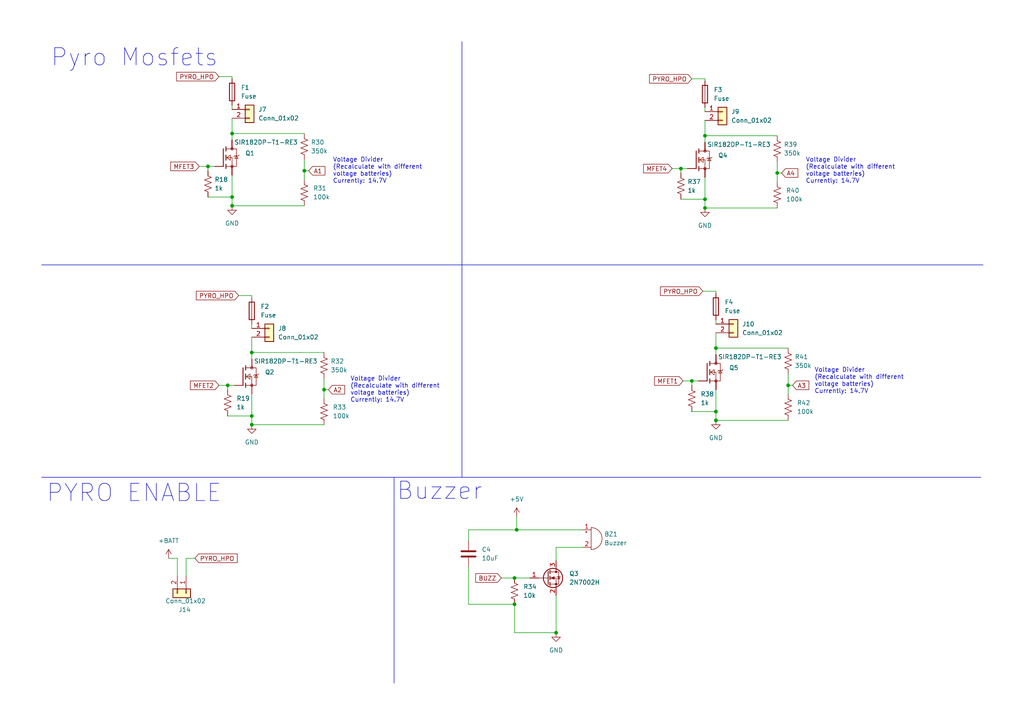
<source format=kicad_sch>
(kicad_sch (version 20230121) (generator eeschema)

  (uuid 0596199f-0208-4a4a-b2a9-cad78f83b3c5)

  (paper "A4")

  (lib_symbols
    (symbol "Connector_Generic:Conn_01x02" (pin_names (offset 1.016) hide) (in_bom yes) (on_board yes)
      (property "Reference" "J" (at 0 2.54 0)
        (effects (font (size 1.27 1.27)))
      )
      (property "Value" "Conn_01x02" (at 0 -5.08 0)
        (effects (font (size 1.27 1.27)))
      )
      (property "Footprint" "" (at 0 0 0)
        (effects (font (size 1.27 1.27)) hide)
      )
      (property "Datasheet" "~" (at 0 0 0)
        (effects (font (size 1.27 1.27)) hide)
      )
      (property "ki_keywords" "connector" (at 0 0 0)
        (effects (font (size 1.27 1.27)) hide)
      )
      (property "ki_description" "Generic connector, single row, 01x02, script generated (kicad-library-utils/schlib/autogen/connector/)" (at 0 0 0)
        (effects (font (size 1.27 1.27)) hide)
      )
      (property "ki_fp_filters" "Connector*:*_1x??_*" (at 0 0 0)
        (effects (font (size 1.27 1.27)) hide)
      )
      (symbol "Conn_01x02_1_1"
        (rectangle (start -1.27 -2.413) (end 0 -2.667)
          (stroke (width 0.1524) (type default))
          (fill (type none))
        )
        (rectangle (start -1.27 0.127) (end 0 -0.127)
          (stroke (width 0.1524) (type default))
          (fill (type none))
        )
        (rectangle (start -1.27 1.27) (end 1.27 -3.81)
          (stroke (width 0.254) (type default))
          (fill (type background))
        )
        (pin passive line (at -5.08 0 0) (length 3.81)
          (name "Pin_1" (effects (font (size 1.27 1.27))))
          (number "1" (effects (font (size 1.27 1.27))))
        )
        (pin passive line (at -5.08 -2.54 0) (length 3.81)
          (name "Pin_2" (effects (font (size 1.27 1.27))))
          (number "2" (effects (font (size 1.27 1.27))))
        )
      )
    )
    (symbol "Device:Buzzer" (pin_names (offset 0.0254) hide) (in_bom yes) (on_board yes)
      (property "Reference" "BZ" (at 3.81 1.27 0)
        (effects (font (size 1.27 1.27)) (justify left))
      )
      (property "Value" "Buzzer" (at 3.81 -1.27 0)
        (effects (font (size 1.27 1.27)) (justify left))
      )
      (property "Footprint" "" (at -0.635 2.54 90)
        (effects (font (size 1.27 1.27)) hide)
      )
      (property "Datasheet" "~" (at -0.635 2.54 90)
        (effects (font (size 1.27 1.27)) hide)
      )
      (property "ki_keywords" "quartz resonator ceramic" (at 0 0 0)
        (effects (font (size 1.27 1.27)) hide)
      )
      (property "ki_description" "Buzzer, polarized" (at 0 0 0)
        (effects (font (size 1.27 1.27)) hide)
      )
      (property "ki_fp_filters" "*Buzzer*" (at 0 0 0)
        (effects (font (size 1.27 1.27)) hide)
      )
      (symbol "Buzzer_0_1"
        (arc (start 0 -3.175) (mid 3.1612 0) (end 0 3.175)
          (stroke (width 0) (type default))
          (fill (type none))
        )
        (polyline
          (pts
            (xy -1.651 1.905)
            (xy -1.143 1.905)
          )
          (stroke (width 0) (type default))
          (fill (type none))
        )
        (polyline
          (pts
            (xy -1.397 2.159)
            (xy -1.397 1.651)
          )
          (stroke (width 0) (type default))
          (fill (type none))
        )
        (polyline
          (pts
            (xy 0 3.175)
            (xy 0 -3.175)
          )
          (stroke (width 0) (type default))
          (fill (type none))
        )
      )
      (symbol "Buzzer_1_1"
        (pin passive line (at -2.54 2.54 0) (length 2.54)
          (name "-" (effects (font (size 1.27 1.27))))
          (number "1" (effects (font (size 1.27 1.27))))
        )
        (pin passive line (at -2.54 -2.54 0) (length 2.54)
          (name "+" (effects (font (size 1.27 1.27))))
          (number "2" (effects (font (size 1.27 1.27))))
        )
      )
    )
    (symbol "Device:C" (pin_numbers hide) (pin_names (offset 0.254)) (in_bom yes) (on_board yes)
      (property "Reference" "C" (at 0.635 2.54 0)
        (effects (font (size 1.27 1.27)) (justify left))
      )
      (property "Value" "C" (at 0.635 -2.54 0)
        (effects (font (size 1.27 1.27)) (justify left))
      )
      (property "Footprint" "" (at 0.9652 -3.81 0)
        (effects (font (size 1.27 1.27)) hide)
      )
      (property "Datasheet" "~" (at 0 0 0)
        (effects (font (size 1.27 1.27)) hide)
      )
      (property "ki_keywords" "cap capacitor" (at 0 0 0)
        (effects (font (size 1.27 1.27)) hide)
      )
      (property "ki_description" "Unpolarized capacitor" (at 0 0 0)
        (effects (font (size 1.27 1.27)) hide)
      )
      (property "ki_fp_filters" "C_*" (at 0 0 0)
        (effects (font (size 1.27 1.27)) hide)
      )
      (symbol "C_0_1"
        (polyline
          (pts
            (xy -2.032 -0.762)
            (xy 2.032 -0.762)
          )
          (stroke (width 0.508) (type default))
          (fill (type none))
        )
        (polyline
          (pts
            (xy -2.032 0.762)
            (xy 2.032 0.762)
          )
          (stroke (width 0.508) (type default))
          (fill (type none))
        )
      )
      (symbol "C_1_1"
        (pin passive line (at 0 3.81 270) (length 2.794)
          (name "~" (effects (font (size 1.27 1.27))))
          (number "1" (effects (font (size 1.27 1.27))))
        )
        (pin passive line (at 0 -3.81 90) (length 2.794)
          (name "~" (effects (font (size 1.27 1.27))))
          (number "2" (effects (font (size 1.27 1.27))))
        )
      )
    )
    (symbol "Device:Fuse" (pin_numbers hide) (pin_names (offset 0)) (in_bom yes) (on_board yes)
      (property "Reference" "F" (at 2.032 0 90)
        (effects (font (size 1.27 1.27)))
      )
      (property "Value" "Fuse" (at -1.905 0 90)
        (effects (font (size 1.27 1.27)))
      )
      (property "Footprint" "" (at -1.778 0 90)
        (effects (font (size 1.27 1.27)) hide)
      )
      (property "Datasheet" "~" (at 0 0 0)
        (effects (font (size 1.27 1.27)) hide)
      )
      (property "ki_keywords" "fuse" (at 0 0 0)
        (effects (font (size 1.27 1.27)) hide)
      )
      (property "ki_description" "Fuse" (at 0 0 0)
        (effects (font (size 1.27 1.27)) hide)
      )
      (property "ki_fp_filters" "*Fuse*" (at 0 0 0)
        (effects (font (size 1.27 1.27)) hide)
      )
      (symbol "Fuse_0_1"
        (rectangle (start -0.762 -2.54) (end 0.762 2.54)
          (stroke (width 0.254) (type default))
          (fill (type none))
        )
        (polyline
          (pts
            (xy 0 2.54)
            (xy 0 -2.54)
          )
          (stroke (width 0) (type default))
          (fill (type none))
        )
      )
      (symbol "Fuse_1_1"
        (pin passive line (at 0 3.81 270) (length 1.27)
          (name "~" (effects (font (size 1.27 1.27))))
          (number "1" (effects (font (size 1.27 1.27))))
        )
        (pin passive line (at 0 -3.81 90) (length 1.27)
          (name "~" (effects (font (size 1.27 1.27))))
          (number "2" (effects (font (size 1.27 1.27))))
        )
      )
    )
    (symbol "Device:R_US" (pin_numbers hide) (pin_names (offset 0)) (in_bom yes) (on_board yes)
      (property "Reference" "R" (at 2.54 0 90)
        (effects (font (size 1.27 1.27)))
      )
      (property "Value" "R_US" (at -2.54 0 90)
        (effects (font (size 1.27 1.27)))
      )
      (property "Footprint" "" (at 1.016 -0.254 90)
        (effects (font (size 1.27 1.27)) hide)
      )
      (property "Datasheet" "~" (at 0 0 0)
        (effects (font (size 1.27 1.27)) hide)
      )
      (property "ki_keywords" "R res resistor" (at 0 0 0)
        (effects (font (size 1.27 1.27)) hide)
      )
      (property "ki_description" "Resistor, US symbol" (at 0 0 0)
        (effects (font (size 1.27 1.27)) hide)
      )
      (property "ki_fp_filters" "R_*" (at 0 0 0)
        (effects (font (size 1.27 1.27)) hide)
      )
      (symbol "R_US_0_1"
        (polyline
          (pts
            (xy 0 -2.286)
            (xy 0 -2.54)
          )
          (stroke (width 0) (type default))
          (fill (type none))
        )
        (polyline
          (pts
            (xy 0 2.286)
            (xy 0 2.54)
          )
          (stroke (width 0) (type default))
          (fill (type none))
        )
        (polyline
          (pts
            (xy 0 -0.762)
            (xy 1.016 -1.143)
            (xy 0 -1.524)
            (xy -1.016 -1.905)
            (xy 0 -2.286)
          )
          (stroke (width 0) (type default))
          (fill (type none))
        )
        (polyline
          (pts
            (xy 0 0.762)
            (xy 1.016 0.381)
            (xy 0 0)
            (xy -1.016 -0.381)
            (xy 0 -0.762)
          )
          (stroke (width 0) (type default))
          (fill (type none))
        )
        (polyline
          (pts
            (xy 0 2.286)
            (xy 1.016 1.905)
            (xy 0 1.524)
            (xy -1.016 1.143)
            (xy 0 0.762)
          )
          (stroke (width 0) (type default))
          (fill (type none))
        )
      )
      (symbol "R_US_1_1"
        (pin passive line (at 0 3.81 270) (length 1.27)
          (name "~" (effects (font (size 1.27 1.27))))
          (number "1" (effects (font (size 1.27 1.27))))
        )
        (pin passive line (at 0 -3.81 90) (length 1.27)
          (name "~" (effects (font (size 1.27 1.27))))
          (number "2" (effects (font (size 1.27 1.27))))
        )
      )
    )
    (symbol "SIR182DP-T1-RE3:SIR182DP-T1-RE3" (pin_numbers hide) (pin_names (offset 1.016) hide) (in_bom yes) (on_board yes)
      (property "Reference" "Q" (at -8.89 2.54 0)
        (effects (font (size 1.27 1.27)) (justify left bottom))
      )
      (property "Value" "SIR182DP-T1-RE3" (at 12.7 -3.81 0)
        (effects (font (size 1.27 1.27)) (justify left bottom))
      )
      (property "Footprint" "TRANS_SIR182DP-T1-RE3" (at 13.97 1.27 0)
        (effects (font (size 1.27 1.27)) (justify left bottom) hide)
      )
      (property "Datasheet" "" (at 0 0 0)
        (effects (font (size 1.27 1.27)) (justify left bottom) hide)
      )
      (property "PARTREV" "B" (at 0 0 0)
        (effects (font (size 1.27 1.27)) (justify left bottom) hide)
      )
      (property "MF" "Vishay" (at 13.97 -1.27 0)
        (effects (font (size 1.27 1.27)) (justify left bottom) hide)
      )
      (property "STANDARD" "Manufacturer Recommendations" (at 13.97 3.81 0)
        (effects (font (size 1.27 1.27)) (justify left bottom) hide)
      )
      (property "ki_locked" "" (at 0 0 0)
        (effects (font (size 1.27 1.27)))
      )
      (symbol "SIR182DP-T1-RE3_0_0"
        (polyline
          (pts
            (xy 0 2.54)
            (xy 0 -2.54)
          )
          (stroke (width 0.254) (type default))
          (fill (type none))
        )
        (polyline
          (pts
            (xy 0.762 -2.54)
            (xy 0.762 -3.175)
          )
          (stroke (width 0.254) (type default))
          (fill (type none))
        )
        (polyline
          (pts
            (xy 0.762 -1.905)
            (xy 0.762 -2.54)
          )
          (stroke (width 0.254) (type default))
          (fill (type none))
        )
        (polyline
          (pts
            (xy 0.762 0)
            (xy 0.762 -0.762)
          )
          (stroke (width 0.254) (type default))
          (fill (type none))
        )
        (polyline
          (pts
            (xy 0.762 0)
            (xy 2.54 0)
          )
          (stroke (width 0.1524) (type default))
          (fill (type none))
        )
        (polyline
          (pts
            (xy 0.762 0.762)
            (xy 0.762 0)
          )
          (stroke (width 0.254) (type default))
          (fill (type none))
        )
        (polyline
          (pts
            (xy 0.762 2.54)
            (xy 0.762 1.905)
          )
          (stroke (width 0.254) (type default))
          (fill (type none))
        )
        (polyline
          (pts
            (xy 0.762 2.54)
            (xy 3.81 2.54)
          )
          (stroke (width 0.1524) (type default))
          (fill (type none))
        )
        (polyline
          (pts
            (xy 0.762 3.175)
            (xy 0.762 2.54)
          )
          (stroke (width 0.254) (type default))
          (fill (type none))
        )
        (polyline
          (pts
            (xy 2.54 -2.54)
            (xy 0.762 -2.54)
          )
          (stroke (width 0.1524) (type default))
          (fill (type none))
        )
        (polyline
          (pts
            (xy 2.54 -2.54)
            (xy 3.81 -2.54)
          )
          (stroke (width 0.1524) (type default))
          (fill (type none))
        )
        (polyline
          (pts
            (xy 2.54 0)
            (xy 2.54 -2.54)
          )
          (stroke (width 0.1524) (type default))
          (fill (type none))
        )
        (polyline
          (pts
            (xy 3.302 0.508)
            (xy 3.048 0.254)
          )
          (stroke (width 0.1524) (type default))
          (fill (type none))
        )
        (polyline
          (pts
            (xy 3.81 0.508)
            (xy 3.302 0.508)
          )
          (stroke (width 0.1524) (type default))
          (fill (type none))
        )
        (polyline
          (pts
            (xy 3.81 0.508)
            (xy 3.81 -2.54)
          )
          (stroke (width 0.1524) (type default))
          (fill (type none))
        )
        (polyline
          (pts
            (xy 3.81 2.54)
            (xy 3.81 0.508)
          )
          (stroke (width 0.1524) (type default))
          (fill (type none))
        )
        (polyline
          (pts
            (xy 4.318 0.508)
            (xy 3.81 0.508)
          )
          (stroke (width 0.1524) (type default))
          (fill (type none))
        )
        (polyline
          (pts
            (xy 4.572 0.762)
            (xy 4.318 0.508)
          )
          (stroke (width 0.1524) (type default))
          (fill (type none))
        )
        (polyline
          (pts
            (xy 1.016 0)
            (xy 2.032 0.762)
            (xy 2.032 -0.762)
            (xy 1.016 0)
          )
          (stroke (width 0.1524) (type default))
          (fill (type background))
        )
        (polyline
          (pts
            (xy 3.81 0.508)
            (xy 3.302 -0.254)
            (xy 4.318 -0.254)
            (xy 3.81 0.508)
          )
          (stroke (width 0.1524) (type default))
          (fill (type background))
        )
        (circle (center 2.54 -2.54) (radius 0.3556)
          (stroke (width 0) (type default))
          (fill (type none))
        )
        (circle (center 2.54 2.54) (radius 0.3556)
          (stroke (width 0) (type default))
          (fill (type none))
        )
        (pin passive line (at 2.54 -5.08 90) (length 2.54)
          (name "~" (effects (font (size 1.016 1.016))))
          (number "1" (effects (font (size 1.016 1.016))))
        )
        (pin passive line (at 2.54 -5.08 90) (length 2.54)
          (name "~" (effects (font (size 1.016 1.016))))
          (number "2" (effects (font (size 1.016 1.016))))
        )
        (pin passive line (at 2.54 -5.08 90) (length 2.54)
          (name "~" (effects (font (size 1.016 1.016))))
          (number "3" (effects (font (size 1.016 1.016))))
        )
        (pin passive line (at -2.54 -2.54 0) (length 2.54)
          (name "~" (effects (font (size 1.016 1.016))))
          (number "4" (effects (font (size 1.016 1.016))))
        )
        (pin passive line (at 2.54 5.08 270) (length 2.54)
          (name "~" (effects (font (size 1.016 1.016))))
          (number "5" (effects (font (size 1.016 1.016))))
        )
        (pin passive line (at 2.54 5.08 270) (length 2.54)
          (name "~" (effects (font (size 1.016 1.016))))
          (number "6" (effects (font (size 1.016 1.016))))
        )
        (pin passive line (at 2.54 5.08 270) (length 2.54)
          (name "~" (effects (font (size 1.016 1.016))))
          (number "7" (effects (font (size 1.016 1.016))))
        )
        (pin passive line (at 2.54 5.08 270) (length 2.54)
          (name "~" (effects (font (size 1.016 1.016))))
          (number "8" (effects (font (size 1.016 1.016))))
        )
        (pin passive line (at 2.54 5.08 270) (length 2.54)
          (name "~" (effects (font (size 1.016 1.016))))
          (number "9" (effects (font (size 1.016 1.016))))
        )
      )
    )
    (symbol "Transistor_FET:2N7002H" (pin_names hide) (in_bom yes) (on_board yes)
      (property "Reference" "Q" (at 5.08 1.905 0)
        (effects (font (size 1.27 1.27)) (justify left))
      )
      (property "Value" "2N7002H" (at 5.08 0 0)
        (effects (font (size 1.27 1.27)) (justify left))
      )
      (property "Footprint" "Package_TO_SOT_SMD:SOT-23" (at 5.08 -1.905 0)
        (effects (font (size 1.27 1.27) italic) (justify left) hide)
      )
      (property "Datasheet" "http://www.diodes.com/assets/Datasheets/2N7002H.pdf" (at 0 0 0)
        (effects (font (size 1.27 1.27)) (justify left) hide)
      )
      (property "ki_keywords" "N-Channel MOSFET" (at 0 0 0)
        (effects (font (size 1.27 1.27)) hide)
      )
      (property "ki_description" "0.21A Id, 60V Vds, N-Channel MOSFET, SOT-23" (at 0 0 0)
        (effects (font (size 1.27 1.27)) hide)
      )
      (property "ki_fp_filters" "SOT?23*" (at 0 0 0)
        (effects (font (size 1.27 1.27)) hide)
      )
      (symbol "2N7002H_0_1"
        (polyline
          (pts
            (xy 0.254 0)
            (xy -2.54 0)
          )
          (stroke (width 0) (type default))
          (fill (type none))
        )
        (polyline
          (pts
            (xy 0.254 1.905)
            (xy 0.254 -1.905)
          )
          (stroke (width 0.254) (type default))
          (fill (type none))
        )
        (polyline
          (pts
            (xy 0.762 -1.27)
            (xy 0.762 -2.286)
          )
          (stroke (width 0.254) (type default))
          (fill (type none))
        )
        (polyline
          (pts
            (xy 0.762 0.508)
            (xy 0.762 -0.508)
          )
          (stroke (width 0.254) (type default))
          (fill (type none))
        )
        (polyline
          (pts
            (xy 0.762 2.286)
            (xy 0.762 1.27)
          )
          (stroke (width 0.254) (type default))
          (fill (type none))
        )
        (polyline
          (pts
            (xy 2.54 2.54)
            (xy 2.54 1.778)
          )
          (stroke (width 0) (type default))
          (fill (type none))
        )
        (polyline
          (pts
            (xy 2.54 -2.54)
            (xy 2.54 0)
            (xy 0.762 0)
          )
          (stroke (width 0) (type default))
          (fill (type none))
        )
        (polyline
          (pts
            (xy 0.762 -1.778)
            (xy 3.302 -1.778)
            (xy 3.302 1.778)
            (xy 0.762 1.778)
          )
          (stroke (width 0) (type default))
          (fill (type none))
        )
        (polyline
          (pts
            (xy 1.016 0)
            (xy 2.032 0.381)
            (xy 2.032 -0.381)
            (xy 1.016 0)
          )
          (stroke (width 0) (type default))
          (fill (type outline))
        )
        (polyline
          (pts
            (xy 2.794 0.508)
            (xy 2.921 0.381)
            (xy 3.683 0.381)
            (xy 3.81 0.254)
          )
          (stroke (width 0) (type default))
          (fill (type none))
        )
        (polyline
          (pts
            (xy 3.302 0.381)
            (xy 2.921 -0.254)
            (xy 3.683 -0.254)
            (xy 3.302 0.381)
          )
          (stroke (width 0) (type default))
          (fill (type none))
        )
        (circle (center 1.651 0) (radius 2.794)
          (stroke (width 0.254) (type default))
          (fill (type none))
        )
        (circle (center 2.54 -1.778) (radius 0.254)
          (stroke (width 0) (type default))
          (fill (type outline))
        )
        (circle (center 2.54 1.778) (radius 0.254)
          (stroke (width 0) (type default))
          (fill (type outline))
        )
      )
      (symbol "2N7002H_1_1"
        (pin input line (at -5.08 0 0) (length 2.54)
          (name "G" (effects (font (size 1.27 1.27))))
          (number "1" (effects (font (size 1.27 1.27))))
        )
        (pin passive line (at 2.54 -5.08 90) (length 2.54)
          (name "S" (effects (font (size 1.27 1.27))))
          (number "2" (effects (font (size 1.27 1.27))))
        )
        (pin passive line (at 2.54 5.08 270) (length 2.54)
          (name "D" (effects (font (size 1.27 1.27))))
          (number "3" (effects (font (size 1.27 1.27))))
        )
      )
    )
    (symbol "power:+5V" (power) (pin_names (offset 0)) (in_bom yes) (on_board yes)
      (property "Reference" "#PWR" (at 0 -3.81 0)
        (effects (font (size 1.27 1.27)) hide)
      )
      (property "Value" "+5V" (at 0 3.556 0)
        (effects (font (size 1.27 1.27)))
      )
      (property "Footprint" "" (at 0 0 0)
        (effects (font (size 1.27 1.27)) hide)
      )
      (property "Datasheet" "" (at 0 0 0)
        (effects (font (size 1.27 1.27)) hide)
      )
      (property "ki_keywords" "power-flag" (at 0 0 0)
        (effects (font (size 1.27 1.27)) hide)
      )
      (property "ki_description" "Power symbol creates a global label with name \"+5V\"" (at 0 0 0)
        (effects (font (size 1.27 1.27)) hide)
      )
      (symbol "+5V_0_1"
        (polyline
          (pts
            (xy -0.762 1.27)
            (xy 0 2.54)
          )
          (stroke (width 0) (type default))
          (fill (type none))
        )
        (polyline
          (pts
            (xy 0 0)
            (xy 0 2.54)
          )
          (stroke (width 0) (type default))
          (fill (type none))
        )
        (polyline
          (pts
            (xy 0 2.54)
            (xy 0.762 1.27)
          )
          (stroke (width 0) (type default))
          (fill (type none))
        )
      )
      (symbol "+5V_1_1"
        (pin power_in line (at 0 0 90) (length 0) hide
          (name "+5V" (effects (font (size 1.27 1.27))))
          (number "1" (effects (font (size 1.27 1.27))))
        )
      )
    )
    (symbol "power:+BATT" (power) (pin_names (offset 0)) (in_bom yes) (on_board yes)
      (property "Reference" "#PWR" (at 0 -3.81 0)
        (effects (font (size 1.27 1.27)) hide)
      )
      (property "Value" "+BATT" (at 0 3.556 0)
        (effects (font (size 1.27 1.27)))
      )
      (property "Footprint" "" (at 0 0 0)
        (effects (font (size 1.27 1.27)) hide)
      )
      (property "Datasheet" "" (at 0 0 0)
        (effects (font (size 1.27 1.27)) hide)
      )
      (property "ki_keywords" "power-flag battery" (at 0 0 0)
        (effects (font (size 1.27 1.27)) hide)
      )
      (property "ki_description" "Power symbol creates a global label with name \"+BATT\"" (at 0 0 0)
        (effects (font (size 1.27 1.27)) hide)
      )
      (symbol "+BATT_0_1"
        (polyline
          (pts
            (xy -0.762 1.27)
            (xy 0 2.54)
          )
          (stroke (width 0) (type default))
          (fill (type none))
        )
        (polyline
          (pts
            (xy 0 0)
            (xy 0 2.54)
          )
          (stroke (width 0) (type default))
          (fill (type none))
        )
        (polyline
          (pts
            (xy 0 2.54)
            (xy 0.762 1.27)
          )
          (stroke (width 0) (type default))
          (fill (type none))
        )
      )
      (symbol "+BATT_1_1"
        (pin power_in line (at 0 0 90) (length 0) hide
          (name "+BATT" (effects (font (size 1.27 1.27))))
          (number "1" (effects (font (size 1.27 1.27))))
        )
      )
    )
    (symbol "power:GND" (power) (pin_names (offset 0)) (in_bom yes) (on_board yes)
      (property "Reference" "#PWR" (at 0 -6.35 0)
        (effects (font (size 1.27 1.27)) hide)
      )
      (property "Value" "GND" (at 0 -3.81 0)
        (effects (font (size 1.27 1.27)))
      )
      (property "Footprint" "" (at 0 0 0)
        (effects (font (size 1.27 1.27)) hide)
      )
      (property "Datasheet" "" (at 0 0 0)
        (effects (font (size 1.27 1.27)) hide)
      )
      (property "ki_keywords" "power-flag" (at 0 0 0)
        (effects (font (size 1.27 1.27)) hide)
      )
      (property "ki_description" "Power symbol creates a global label with name \"GND\" , ground" (at 0 0 0)
        (effects (font (size 1.27 1.27)) hide)
      )
      (symbol "GND_0_1"
        (polyline
          (pts
            (xy 0 0)
            (xy 0 -1.27)
            (xy 1.27 -1.27)
            (xy 0 -2.54)
            (xy -1.27 -1.27)
            (xy 0 -1.27)
          )
          (stroke (width 0) (type default))
          (fill (type none))
        )
      )
      (symbol "GND_1_1"
        (pin power_in line (at 0 0 270) (length 0) hide
          (name "GND" (effects (font (size 1.27 1.27))))
          (number "1" (effects (font (size 1.27 1.27))))
        )
      )
    )
  )

  (junction (at 200.66 110.49) (diameter 0) (color 0 0 0 0)
    (uuid 12c049e7-7f00-4f52-8d91-4be3d48f636b)
  )
  (junction (at 197.485 48.895) (diameter 0) (color 0 0 0 0)
    (uuid 24954078-8caf-4ef7-a0d3-7f80d27ce701)
  )
  (junction (at 149.86 153.67) (diameter 0) (color 0 0 0 0)
    (uuid 254f72a9-a684-4d2b-b134-9b057e07cf4a)
  )
  (junction (at 149.225 167.64) (diameter 0) (color 0 0 0 0)
    (uuid 3009f69a-68f8-48c6-9477-df358c6440bd)
  )
  (junction (at 66.04 111.76) (diameter 0) (color 0 0 0 0)
    (uuid 4a78cfb0-93e5-4812-8d17-cda226db314a)
  )
  (junction (at 207.645 121.92) (diameter 0) (color 0 0 0 0)
    (uuid 65345322-8fec-454c-a5e8-c9e946324b86)
  )
  (junction (at 204.47 57.785) (diameter 0) (color 0 0 0 0)
    (uuid 6b1034d3-d58e-4ed4-8a11-90030eb35fcf)
  )
  (junction (at 73.025 120.65) (diameter 0) (color 0 0 0 0)
    (uuid 6cb51714-8da3-4c56-8f0f-18d793b873e3)
  )
  (junction (at 88.265 49.53) (diameter 0) (color 0 0 0 0)
    (uuid 76b5c34b-869e-4b28-bc9d-2a7b9e79c29e)
  )
  (junction (at 67.31 57.15) (diameter 0) (color 0 0 0 0)
    (uuid 78bef5fe-25a1-4d2a-bad9-74f6484d4521)
  )
  (junction (at 204.47 60.325) (diameter 0) (color 0 0 0 0)
    (uuid 7cb9b189-1f8b-41ec-9928-e7d45fcefe98)
  )
  (junction (at 228.6 111.76) (diameter 0) (color 0 0 0 0)
    (uuid a1ea0862-8311-4595-9d62-e06d912164ee)
  )
  (junction (at 67.31 38.735) (diameter 0) (color 0 0 0 0)
    (uuid a5f569e9-93e2-4fc2-aa26-8db5df1fe6d8)
  )
  (junction (at 207.645 100.965) (diameter 0) (color 0 0 0 0)
    (uuid a71c3588-9530-4e3e-a4d4-96fd9c3ffcf3)
  )
  (junction (at 67.31 59.69) (diameter 0) (color 0 0 0 0)
    (uuid ab87da6d-546d-4ea9-aae2-df687d09a641)
  )
  (junction (at 204.47 39.37) (diameter 0) (color 0 0 0 0)
    (uuid c14f3c0e-e97c-4c5c-b183-358ef02f46d9)
  )
  (junction (at 149.225 175.26) (diameter 0) (color 0 0 0 0)
    (uuid c3f45f3f-e691-41ce-800d-9439e67a1230)
  )
  (junction (at 225.425 50.165) (diameter 0) (color 0 0 0 0)
    (uuid c8c12693-9a2f-412f-8332-a09b5e7f0927)
  )
  (junction (at 161.29 183.515) (diameter 0) (color 0 0 0 0)
    (uuid cb3a2aa5-0f91-4478-9ddb-0b968ef5fa53)
  )
  (junction (at 93.98 113.03) (diameter 0) (color 0 0 0 0)
    (uuid cd95c60c-a94f-4712-82a3-2213bec28ccc)
  )
  (junction (at 207.645 119.38) (diameter 0) (color 0 0 0 0)
    (uuid d386f994-f1f4-4027-8abb-1b14b630f32b)
  )
  (junction (at 60.325 48.26) (diameter 0) (color 0 0 0 0)
    (uuid eb1ed4f4-1f50-4e7e-9c8c-7e0551e0a0d4)
  )
  (junction (at 73.025 102.235) (diameter 0) (color 0 0 0 0)
    (uuid ecc5b4a9-fb62-4ec6-8583-d27236d19504)
  )
  (junction (at 73.025 123.19) (diameter 0) (color 0 0 0 0)
    (uuid f8641889-3087-4568-b81b-03b98a0c2920)
  )

  (wire (pts (xy 149.86 149.86) (xy 149.86 153.67))
    (stroke (width 0) (type default))
    (uuid 0061cd05-8c41-4717-93f2-1738c12c9696)
  )
  (wire (pts (xy 228.6 108.585) (xy 228.6 111.76))
    (stroke (width 0) (type default))
    (uuid 018a3c9b-4aae-4652-a111-bf71b11d8663)
  )
  (wire (pts (xy 66.04 120.65) (xy 73.025 120.65))
    (stroke (width 0) (type default))
    (uuid 01d26472-bde3-426a-a4b4-5a2deba54e9f)
  )
  (wire (pts (xy 73.025 85.725) (xy 73.025 86.36))
    (stroke (width 0) (type default))
    (uuid 08b08127-8105-42d8-9001-ef424c445eb2)
  )
  (wire (pts (xy 194.945 48.895) (xy 197.485 48.895))
    (stroke (width 0) (type default))
    (uuid 0c76fa52-6fdc-4303-aa90-8e1c7f2f559d)
  )
  (polyline (pts (xy 133.985 12.065) (xy 133.985 138.43))
    (stroke (width 0) (type default))
    (uuid 0ede5bae-0da6-4795-a208-d1d3b259b012)
  )

  (wire (pts (xy 135.89 164.465) (xy 135.89 175.26))
    (stroke (width 0) (type default))
    (uuid 14618dfd-9cf7-4295-8195-d3926030cb3b)
  )
  (polyline (pts (xy 12.065 138.43) (xy 284.48 138.43))
    (stroke (width 0) (type default))
    (uuid 1760c8fe-f7e5-4443-941f-57138143a2b6)
  )

  (wire (pts (xy 93.98 109.855) (xy 93.98 113.03))
    (stroke (width 0) (type default))
    (uuid 1a049f5b-5d10-429d-915d-55cb6dd8efc7)
  )
  (wire (pts (xy 204.47 39.37) (xy 225.425 39.37))
    (stroke (width 0) (type default))
    (uuid 1a0bf230-95c7-4395-a431-20b090f9fe04)
  )
  (wire (pts (xy 204.47 51.435) (xy 204.47 57.785))
    (stroke (width 0) (type default))
    (uuid 1bd8d8b3-96b5-4fc3-a09d-52556d8b092f)
  )
  (wire (pts (xy 149.225 183.515) (xy 161.29 183.515))
    (stroke (width 0) (type default))
    (uuid 1bf58e82-dc89-4a0d-a335-54b9b8dccff2)
  )
  (wire (pts (xy 53.975 161.925) (xy 56.515 161.925))
    (stroke (width 0) (type default))
    (uuid 1cedf635-2f8e-44a1-baa8-c316b0bf88ea)
  )
  (wire (pts (xy 149.225 167.64) (xy 153.67 167.64))
    (stroke (width 0) (type default))
    (uuid 1db6e4d9-ee99-4684-81cb-6a407937070e)
  )
  (wire (pts (xy 93.98 113.03) (xy 95.25 113.03))
    (stroke (width 0) (type default))
    (uuid 2018fab2-fb7a-4067-99b6-1f317c461cf2)
  )
  (wire (pts (xy 204.47 34.925) (xy 204.47 39.37))
    (stroke (width 0) (type default))
    (uuid 24efd083-baa7-4369-8ba6-5e55b9130ff2)
  )
  (wire (pts (xy 88.265 46.355) (xy 88.265 49.53))
    (stroke (width 0) (type default))
    (uuid 25fc7484-491e-43e0-bd7c-d028fb2ba319)
  )
  (wire (pts (xy 88.265 49.53) (xy 88.265 52.07))
    (stroke (width 0) (type default))
    (uuid 2da454f7-fa3d-42a7-9792-65404cef0c3d)
  )
  (wire (pts (xy 204.47 39.37) (xy 204.47 41.275))
    (stroke (width 0) (type default))
    (uuid 2ec5c727-16ec-4a35-ade3-f2ac39e4f294)
  )
  (wire (pts (xy 228.6 111.76) (xy 228.6 114.3))
    (stroke (width 0) (type default))
    (uuid 314e0129-1acd-460e-bcaf-71c58adbed0f)
  )
  (wire (pts (xy 67.31 50.8) (xy 67.31 57.15))
    (stroke (width 0) (type default))
    (uuid 3261dad1-ad2f-49af-9d88-9ca8c689f11e)
  )
  (wire (pts (xy 73.025 102.235) (xy 73.025 104.14))
    (stroke (width 0) (type default))
    (uuid 4163c035-7460-4d9f-b2e6-c091b61ded8d)
  )
  (wire (pts (xy 57.785 48.26) (xy 60.325 48.26))
    (stroke (width 0) (type default))
    (uuid 41694ddf-f560-494c-b4e6-60e643e11b39)
  )
  (wire (pts (xy 60.325 57.15) (xy 67.31 57.15))
    (stroke (width 0) (type default))
    (uuid 41e5d003-6adf-414c-a86b-9d62ab875e92)
  )
  (wire (pts (xy 73.025 114.3) (xy 73.025 120.65))
    (stroke (width 0) (type default))
    (uuid 41f187f0-c6dd-43c8-8895-eac8ebc41199)
  )
  (wire (pts (xy 207.645 84.455) (xy 207.645 85.09))
    (stroke (width 0) (type default))
    (uuid 490130bd-c219-4652-ae67-fadd923bfc52)
  )
  (wire (pts (xy 225.425 46.99) (xy 225.425 50.165))
    (stroke (width 0) (type default))
    (uuid 498f3223-3d37-4d26-b9f9-54fbeb6555c1)
  )
  (wire (pts (xy 88.265 49.53) (xy 89.535 49.53))
    (stroke (width 0) (type default))
    (uuid 49e6b07c-b6de-4ecf-b80d-87d7aaa05577)
  )
  (wire (pts (xy 66.04 111.76) (xy 66.04 113.03))
    (stroke (width 0) (type default))
    (uuid 4dcd2cd7-43f9-4108-9c48-fe0e4aa6635d)
  )
  (wire (pts (xy 225.425 60.325) (xy 204.47 60.325))
    (stroke (width 0) (type default))
    (uuid 5394a87e-bff7-4349-be4e-de2b0026155d)
  )
  (wire (pts (xy 93.98 113.03) (xy 93.98 115.57))
    (stroke (width 0) (type default))
    (uuid 5827c5a7-b320-4762-8ec4-1a6711f4fdd1)
  )
  (wire (pts (xy 204.47 57.785) (xy 204.47 60.325))
    (stroke (width 0) (type default))
    (uuid 582d8312-0161-440c-9b70-eec6109e418c)
  )
  (wire (pts (xy 93.98 123.19) (xy 73.025 123.19))
    (stroke (width 0) (type default))
    (uuid 58c1ed52-93df-4d0c-97ba-27ee42235b19)
  )
  (wire (pts (xy 207.645 119.38) (xy 207.645 121.92))
    (stroke (width 0) (type default))
    (uuid 5bba1e26-c7d8-40e4-a2d0-4de114315bdc)
  )
  (wire (pts (xy 73.025 93.98) (xy 73.025 95.25))
    (stroke (width 0) (type default))
    (uuid 5fb6f370-d5bb-495f-82f3-6d368e664050)
  )
  (wire (pts (xy 207.645 113.03) (xy 207.645 119.38))
    (stroke (width 0) (type default))
    (uuid 5fd619bf-63ef-428b-9213-7d46bd988913)
  )
  (wire (pts (xy 197.485 48.895) (xy 199.39 48.895))
    (stroke (width 0) (type default))
    (uuid 63105071-5eb7-45da-83c7-29685af81ea2)
  )
  (wire (pts (xy 204.47 22.86) (xy 204.47 23.495))
    (stroke (width 0) (type default))
    (uuid 6581adef-223a-4e8e-a74a-5c842da30fa9)
  )
  (wire (pts (xy 51.435 167.005) (xy 51.435 161.925))
    (stroke (width 0) (type default))
    (uuid 67ef7e08-e8f1-46bb-bf5b-42a5685fba78)
  )
  (wire (pts (xy 73.025 102.235) (xy 93.98 102.235))
    (stroke (width 0) (type default))
    (uuid 6c22fed5-c727-49f0-9c0f-f801b17c38af)
  )
  (wire (pts (xy 66.04 111.76) (xy 67.945 111.76))
    (stroke (width 0) (type default))
    (uuid 6c361fbc-1346-4e93-8d85-c4adbbdd47e1)
  )
  (wire (pts (xy 225.425 50.165) (xy 226.695 50.165))
    (stroke (width 0) (type default))
    (uuid 6d234749-c467-4626-a7fa-a17baaf2a17d)
  )
  (wire (pts (xy 207.645 96.52) (xy 207.645 100.965))
    (stroke (width 0) (type default))
    (uuid 6f5a7b45-96f5-462f-ab28-08a008efceb7)
  )
  (wire (pts (xy 149.225 183.515) (xy 149.225 175.26))
    (stroke (width 0) (type default))
    (uuid 70f43254-c71c-407a-929e-cc599b9c2a26)
  )
  (polyline (pts (xy 12.065 76.835) (xy 285.115 76.835))
    (stroke (width 0) (type default))
    (uuid 73ccf273-4529-4685-89a0-d2a8b6dcf314)
  )

  (wire (pts (xy 48.895 161.925) (xy 51.435 161.925))
    (stroke (width 0) (type default))
    (uuid 762009db-3ca8-401a-921b-f0c380519584)
  )
  (wire (pts (xy 67.31 30.48) (xy 67.31 31.75))
    (stroke (width 0) (type default))
    (uuid 83929669-a867-4128-b2fa-9c036d600eff)
  )
  (wire (pts (xy 60.325 48.26) (xy 60.325 49.53))
    (stroke (width 0) (type default))
    (uuid 87ee3207-f8d1-492d-9226-6b9686a53a07)
  )
  (wire (pts (xy 228.6 111.76) (xy 229.87 111.76))
    (stroke (width 0) (type default))
    (uuid 8a4341ce-da38-4269-be3a-4ec9c6a3fbe8)
  )
  (wire (pts (xy 228.6 121.92) (xy 207.645 121.92))
    (stroke (width 0) (type default))
    (uuid 8d181075-2345-427b-8596-ec5a75c70025)
  )
  (wire (pts (xy 207.645 100.965) (xy 228.6 100.965))
    (stroke (width 0) (type default))
    (uuid 95ecf959-bb66-4f0b-bccc-9b85f20c3771)
  )
  (wire (pts (xy 63.5 111.76) (xy 66.04 111.76))
    (stroke (width 0) (type default))
    (uuid 98c03be7-e568-4967-9dab-7518436c5d17)
  )
  (wire (pts (xy 207.645 100.965) (xy 207.645 102.87))
    (stroke (width 0) (type default))
    (uuid 995b98e4-8c20-44ba-9c38-733d937ceee7)
  )
  (wire (pts (xy 135.89 175.26) (xy 149.225 175.26))
    (stroke (width 0) (type default))
    (uuid 9d3003d5-80e9-43e3-907a-8376e545afd0)
  )
  (wire (pts (xy 135.89 153.67) (xy 135.89 156.845))
    (stroke (width 0) (type default))
    (uuid 9da340a7-4122-42ef-b395-5ddd3a8eec7f)
  )
  (wire (pts (xy 67.31 38.735) (xy 67.31 40.64))
    (stroke (width 0) (type default))
    (uuid a4911df7-cf67-4b88-b00a-46835d73b4dc)
  )
  (wire (pts (xy 145.415 167.64) (xy 149.225 167.64))
    (stroke (width 0) (type default))
    (uuid a5bb253a-5199-4fc1-9d2d-e5aea890b840)
  )
  (wire (pts (xy 69.215 85.725) (xy 73.025 85.725))
    (stroke (width 0) (type default))
    (uuid a6c421b0-b4c6-4835-b107-ec692da0e209)
  )
  (wire (pts (xy 63.5 22.225) (xy 67.31 22.225))
    (stroke (width 0) (type default))
    (uuid acc9099a-c693-4b03-a64f-1ab7c731e9ce)
  )
  (wire (pts (xy 67.31 38.735) (xy 88.265 38.735))
    (stroke (width 0) (type default))
    (uuid acf39ce5-1b36-49a9-befb-91c6985b0534)
  )
  (wire (pts (xy 207.645 92.71) (xy 207.645 93.98))
    (stroke (width 0) (type default))
    (uuid b050d055-6dcb-4c72-99a4-60cccdc3826f)
  )
  (wire (pts (xy 161.29 158.75) (xy 168.91 158.75))
    (stroke (width 0) (type default))
    (uuid b61dc8af-a8cf-4967-b31f-947ad808c14c)
  )
  (wire (pts (xy 161.29 158.75) (xy 161.29 162.56))
    (stroke (width 0) (type default))
    (uuid b6215f2e-6d6a-45b0-9cfd-5f7ba9927470)
  )
  (wire (pts (xy 67.31 34.29) (xy 67.31 38.735))
    (stroke (width 0) (type default))
    (uuid b77b4fe4-1cc8-45b7-898f-74aceeb6db4e)
  )
  (wire (pts (xy 200.66 22.86) (xy 204.47 22.86))
    (stroke (width 0) (type default))
    (uuid b8ef179f-80ce-42d7-91c4-204cc2da5634)
  )
  (wire (pts (xy 149.86 153.67) (xy 135.89 153.67))
    (stroke (width 0) (type default))
    (uuid ba084a2a-3604-46ea-a0d2-4d543b782d69)
  )
  (wire (pts (xy 73.025 97.79) (xy 73.025 102.235))
    (stroke (width 0) (type default))
    (uuid bad679f0-d41b-48e5-9cc7-a21663eb3b15)
  )
  (wire (pts (xy 161.29 172.72) (xy 161.29 183.515))
    (stroke (width 0) (type default))
    (uuid bc6f3b93-6183-47e7-af48-affcbaee6028)
  )
  (wire (pts (xy 204.47 31.115) (xy 204.47 32.385))
    (stroke (width 0) (type default))
    (uuid bd5277a1-1fcb-4758-9b4a-8f8964d71556)
  )
  (wire (pts (xy 198.12 110.49) (xy 200.66 110.49))
    (stroke (width 0) (type default))
    (uuid c1a97b2b-5e7b-47b4-bf0e-28bcfde59aa8)
  )
  (wire (pts (xy 53.975 167.005) (xy 53.975 161.925))
    (stroke (width 0) (type default))
    (uuid c1dd3b73-b979-422d-a574-179c831f9d3c)
  )
  (wire (pts (xy 88.265 59.69) (xy 67.31 59.69))
    (stroke (width 0) (type default))
    (uuid c61d88da-7658-4dcd-8503-98754b105ec0)
  )
  (wire (pts (xy 60.325 48.26) (xy 62.23 48.26))
    (stroke (width 0) (type default))
    (uuid cdd53b65-f42d-4e86-9ec3-f315e26ef996)
  )
  (wire (pts (xy 73.025 120.65) (xy 73.025 123.19))
    (stroke (width 0) (type default))
    (uuid d0cba0e5-f510-48d4-8865-3c1984f1af64)
  )
  (polyline (pts (xy 114.3 138.43) (xy 114.3 198.12))
    (stroke (width 0) (type default))
    (uuid d6571d9f-7a0e-41dc-bd63-8d5bf018d98a)
  )

  (wire (pts (xy 67.31 22.225) (xy 67.31 22.86))
    (stroke (width 0) (type default))
    (uuid d673414b-3473-4628-99ca-93fc1470e2e5)
  )
  (wire (pts (xy 225.425 50.165) (xy 225.425 52.705))
    (stroke (width 0) (type default))
    (uuid d9576522-ae5c-48bf-93d4-afcc16820432)
  )
  (wire (pts (xy 197.485 57.785) (xy 204.47 57.785))
    (stroke (width 0) (type default))
    (uuid e0b4cafa-07e3-4fa9-85d2-3fad5b17429e)
  )
  (wire (pts (xy 197.485 48.895) (xy 197.485 50.165))
    (stroke (width 0) (type default))
    (uuid e19870a3-6324-4d26-bd1a-47627afd0ad3)
  )
  (wire (pts (xy 149.86 153.67) (xy 168.91 153.67))
    (stroke (width 0) (type default))
    (uuid e46530a7-f385-4e1c-887f-7e8d5998c0b1)
  )
  (wire (pts (xy 200.66 110.49) (xy 202.565 110.49))
    (stroke (width 0) (type default))
    (uuid e820fa78-a893-48ee-acb5-841f02346e80)
  )
  (wire (pts (xy 67.31 57.15) (xy 67.31 59.69))
    (stroke (width 0) (type default))
    (uuid e97223ff-b163-43f8-8be1-e966fedcd9b0)
  )
  (wire (pts (xy 200.66 110.49) (xy 200.66 111.76))
    (stroke (width 0) (type default))
    (uuid eb33c8d5-5e0b-42f4-b779-35f97e9613ce)
  )
  (wire (pts (xy 203.835 84.455) (xy 207.645 84.455))
    (stroke (width 0) (type default))
    (uuid f76ecb39-050f-4f4f-abb9-ad1e2ca47fd5)
  )
  (wire (pts (xy 200.66 119.38) (xy 207.645 119.38))
    (stroke (width 0) (type default))
    (uuid fadd1bb3-f0d0-43cb-839d-0b052db3c62f)
  )

  (text "Buzzer\n" (at 114.935 145.415 0)
    (effects (font (size 5 5)) (justify left bottom))
    (uuid 487db737-d47c-4a3b-b61f-bbf95d3d0b3a)
  )
  (text "Voltage Divider\n(Recalculate with different\nvoltage batteries)\nCurrently: 14.7V"
    (at 96.52 53.34 0)
    (effects (font (size 1.27 1.27)) (justify left bottom))
    (uuid 595309b3-b8b1-46b9-bcb5-b60dfcce6149)
  )
  (text "Voltage Divider\n(Recalculate with different\nvoltage batteries)\nCurrently: 14.7V"
    (at 101.6 116.84 0)
    (effects (font (size 1.27 1.27)) (justify left bottom))
    (uuid 95b63e3e-4491-4488-b105-17a48f0d956f)
  )
  (text "Voltage Divider\n(Recalculate with different\nvoltage batteries)\nCurrently: 14.7V"
    (at 233.68 53.34 0)
    (effects (font (size 1.27 1.27)) (justify left bottom))
    (uuid ab8b1a5e-52a0-4bc2-a8ba-58a9d1f3ae10)
  )
  (text "PYRO ENABLE\n" (at 13.335 146.05 0)
    (effects (font (size 5 5)) (justify left bottom))
    (uuid d903a213-a129-4e36-ba35-e88906be9ec0)
  )
  (text "Voltage Divider\n(Recalculate with different\nvoltage batteries)\nCurrently: 14.7V"
    (at 236.22 114.3 0)
    (effects (font (size 1.27 1.27)) (justify left bottom))
    (uuid f2b84db0-542f-4e49-a6a9-85c3ed3293bc)
  )
  (text "Pyro Mosfets\n" (at 14.605 19.685 0)
    (effects (font (size 5 5)) (justify left bottom))
    (uuid fd6b2725-92a6-4bc5-bdc4-fbb0c4159bbb)
  )

  (global_label "A2" (shape input) (at 95.25 113.03 0) (fields_autoplaced)
    (effects (font (size 1.27 1.27)) (justify left))
    (uuid 0948517f-abf0-4af6-9d16-5589425bca3a)
    (property "Intersheetrefs" "${INTERSHEET_REFS}" (at 99.8723 112.9506 0)
      (effects (font (size 1.27 1.27)) (justify left) hide)
    )
  )
  (global_label "MFET3" (shape input) (at 57.785 48.26 180) (fields_autoplaced)
    (effects (font (size 1.27 1.27)) (justify right))
    (uuid 09e164fb-fc7d-4938-ba16-c1471725d557)
    (property "Intersheetrefs" "${INTERSHEET_REFS}" (at 49.5946 48.1806 0)
      (effects (font (size 1.27 1.27)) (justify right) hide)
    )
  )
  (global_label "PYRO_HPO" (shape input) (at 203.835 84.455 180) (fields_autoplaced)
    (effects (font (size 1.27 1.27)) (justify right))
    (uuid 0b1f8f9e-0081-45d1-8c11-780eb5f47d06)
    (property "Intersheetrefs" "${INTERSHEET_REFS}" (at 191.6532 84.3756 0)
      (effects (font (size 1.27 1.27)) (justify right) hide)
    )
  )
  (global_label "BUZZ" (shape input) (at 145.415 167.64 180) (fields_autoplaced)
    (effects (font (size 1.27 1.27)) (justify right))
    (uuid 5748d363-1f79-4c7e-aed4-f684c0aff6a2)
    (property "Intersheetrefs" "${INTERSHEET_REFS}" (at 138.0713 167.5606 0)
      (effects (font (size 1.27 1.27)) (justify right) hide)
    )
  )
  (global_label "PYRO_HPO" (shape input) (at 69.215 85.725 180) (fields_autoplaced)
    (effects (font (size 1.27 1.27)) (justify right))
    (uuid 961af3ac-30a7-4534-b83b-1b47450f02b8)
    (property "Intersheetrefs" "${INTERSHEET_REFS}" (at 57.0332 85.6456 0)
      (effects (font (size 1.27 1.27)) (justify right) hide)
    )
  )
  (global_label "MFET4" (shape input) (at 194.945 48.895 180) (fields_autoplaced)
    (effects (font (size 1.27 1.27)) (justify right))
    (uuid 9fe99f1b-3bdc-47d8-9133-24424ac78580)
    (property "Intersheetrefs" "${INTERSHEET_REFS}" (at 186.7546 48.8156 0)
      (effects (font (size 1.27 1.27)) (justify right) hide)
    )
  )
  (global_label "MFET1" (shape input) (at 198.12 110.49 180) (fields_autoplaced)
    (effects (font (size 1.27 1.27)) (justify right))
    (uuid a3149699-8a34-42d1-ac77-5fe843d39d26)
    (property "Intersheetrefs" "${INTERSHEET_REFS}" (at 189.9296 110.4106 0)
      (effects (font (size 1.27 1.27)) (justify right) hide)
    )
  )
  (global_label "A1" (shape input) (at 89.535 49.53 0) (fields_autoplaced)
    (effects (font (size 1.27 1.27)) (justify left))
    (uuid a6aef059-5a9f-4a81-a2a4-678297ad7d41)
    (property "Intersheetrefs" "${INTERSHEET_REFS}" (at 94.2462 49.4506 0)
      (effects (font (size 1.27 1.27)) (justify left) hide)
    )
  )
  (global_label "A4" (shape input) (at 226.695 50.165 0) (fields_autoplaced)
    (effects (font (size 1.27 1.27)) (justify left))
    (uuid b9a91557-c322-4ef4-a424-43a39ff11152)
    (property "Intersheetrefs" "${INTERSHEET_REFS}" (at 231.3173 50.0856 0)
      (effects (font (size 1.27 1.27)) (justify left) hide)
    )
  )
  (global_label "PYRO_HPO" (shape input) (at 63.5 22.225 180) (fields_autoplaced)
    (effects (font (size 1.27 1.27)) (justify right))
    (uuid be4267e1-3941-4366-95de-118f58d98506)
    (property "Intersheetrefs" "${INTERSHEET_REFS}" (at 51.3182 22.1456 0)
      (effects (font (size 1.27 1.27)) (justify right) hide)
    )
  )
  (global_label "PYRO_HPO" (shape input) (at 200.66 22.86 180) (fields_autoplaced)
    (effects (font (size 1.27 1.27)) (justify right))
    (uuid d341f213-e0a8-4634-8bea-a8d265c1af4b)
    (property "Intersheetrefs" "${INTERSHEET_REFS}" (at 188.4782 22.7806 0)
      (effects (font (size 1.27 1.27)) (justify right) hide)
    )
  )
  (global_label "A3" (shape input) (at 229.87 111.76 0) (fields_autoplaced)
    (effects (font (size 1.27 1.27)) (justify left))
    (uuid d78123d4-a6b4-4bd6-9ce9-c7edf58b06c1)
    (property "Intersheetrefs" "${INTERSHEET_REFS}" (at 234.4923 111.6806 0)
      (effects (font (size 1.27 1.27)) (justify left) hide)
    )
  )
  (global_label "MFET2" (shape input) (at 63.5 111.76 180) (fields_autoplaced)
    (effects (font (size 1.27 1.27)) (justify right))
    (uuid e3e5f22d-52ff-40b4-8acc-6b79311daff2)
    (property "Intersheetrefs" "${INTERSHEET_REFS}" (at 55.3096 111.6806 0)
      (effects (font (size 1.27 1.27)) (justify right) hide)
    )
  )
  (global_label "PYRO_HPO" (shape input) (at 56.515 161.925 0) (fields_autoplaced)
    (effects (font (size 1.27 1.27)) (justify left))
    (uuid e8c011ba-ce16-465c-927f-590c17eca3f0)
    (property "Intersheetrefs" "${INTERSHEET_REFS}" (at 68.6968 161.8456 0)
      (effects (font (size 1.27 1.27)) (justify left) hide)
    )
  )

  (symbol (lib_id "power:GND") (at 207.645 121.92 0) (unit 1)
    (in_bom yes) (on_board yes) (dnp no) (fields_autoplaced)
    (uuid 035e52c9-404a-4163-bb4d-852dc40f7444)
    (property "Reference" "#PWR0166" (at 207.645 128.27 0)
      (effects (font (size 1.27 1.27)) hide)
    )
    (property "Value" "GND" (at 207.645 127 0)
      (effects (font (size 1.27 1.27)))
    )
    (property "Footprint" "" (at 207.645 121.92 0)
      (effects (font (size 1.27 1.27)) hide)
    )
    (property "Datasheet" "" (at 207.645 121.92 0)
      (effects (font (size 1.27 1.27)) hide)
    )
    (pin "1" (uuid c3398438-8d3f-4673-b0c2-8b63336a18a9))
    (instances
      (project "AvionicsV0"
        (path "/e63e39d7-6ac0-4ffd-8aa3-1841a4541b55/2a0f1452-d65a-414e-b9de-6629cceb2995"
          (reference "#PWR0166") (unit 1)
        )
      )
    )
  )

  (symbol (lib_id "power:GND") (at 73.025 123.19 0) (unit 1)
    (in_bom yes) (on_board yes) (dnp no) (fields_autoplaced)
    (uuid 0466f635-cb9c-4a88-8b3b-beb350c4b18e)
    (property "Reference" "#PWR0164" (at 73.025 129.54 0)
      (effects (font (size 1.27 1.27)) hide)
    )
    (property "Value" "GND" (at 73.025 128.27 0)
      (effects (font (size 1.27 1.27)))
    )
    (property "Footprint" "" (at 73.025 123.19 0)
      (effects (font (size 1.27 1.27)) hide)
    )
    (property "Datasheet" "" (at 73.025 123.19 0)
      (effects (font (size 1.27 1.27)) hide)
    )
    (pin "1" (uuid d1b6e053-2c6e-4025-bebd-791ff21406cc))
    (instances
      (project "AvionicsV0"
        (path "/e63e39d7-6ac0-4ffd-8aa3-1841a4541b55/2a0f1452-d65a-414e-b9de-6629cceb2995"
          (reference "#PWR0164") (unit 1)
        )
      )
    )
  )

  (symbol (lib_id "Device:R_US") (at 88.265 42.545 180) (unit 1)
    (in_bom yes) (on_board yes) (dnp no) (fields_autoplaced)
    (uuid 04cf2629-6017-4b5f-85e1-09233b4c31a4)
    (property "Reference" "R30" (at 90.17 41.2749 0)
      (effects (font (size 1.27 1.27)) (justify right))
    )
    (property "Value" "350k" (at 90.17 43.8149 0)
      (effects (font (size 1.27 1.27)) (justify right))
    )
    (property "Footprint" "Resistor_SMD:R_0603_1608Metric" (at 87.249 42.291 90)
      (effects (font (size 1.27 1.27)) hide)
    )
    (property "Datasheet" "~" (at 88.265 42.545 0)
      (effects (font (size 1.27 1.27)) hide)
    )
    (pin "1" (uuid 99d4ac20-bd1e-4860-a635-a49a8618dcc3))
    (pin "2" (uuid 7c9c17f7-2c1d-4e33-a4f0-562d9266a71f))
    (instances
      (project "AvionicsV0"
        (path "/e63e39d7-6ac0-4ffd-8aa3-1841a4541b55/2a0f1452-d65a-414e-b9de-6629cceb2995"
          (reference "R30") (unit 1)
        )
      )
    )
  )

  (symbol (lib_id "Device:Buzzer") (at 171.45 156.21 0) (unit 1)
    (in_bom yes) (on_board yes) (dnp no) (fields_autoplaced)
    (uuid 063f26b0-af11-4f4c-b338-d090fb9e3c5d)
    (property "Reference" "BZ1" (at 175.26 154.9399 0)
      (effects (font (size 1.27 1.27)) (justify left))
    )
    (property "Value" "Buzzer" (at 175.26 157.4799 0)
      (effects (font (size 1.27 1.27)) (justify left))
    )
    (property "Footprint" "Buzzer_Beeper:MagneticBuzzer_CUI_CMT-8504-100-SMT" (at 170.815 153.67 90)
      (effects (font (size 1.27 1.27)) hide)
    )
    (property "Datasheet" "~" (at 170.815 153.67 90)
      (effects (font (size 1.27 1.27)) hide)
    )
    (pin "1" (uuid c1ba4701-e086-468f-b702-dda3072c2e19))
    (pin "2" (uuid 6180cca0-bb45-4eaf-8f4d-689e62b71f9f))
    (instances
      (project "AvionicsV0"
        (path "/e63e39d7-6ac0-4ffd-8aa3-1841a4541b55/2a0f1452-d65a-414e-b9de-6629cceb2995"
          (reference "BZ1") (unit 1)
        )
      )
    )
  )

  (symbol (lib_id "SIR182DP-T1-RE3:SIR182DP-T1-RE3") (at 70.485 109.22 0) (unit 1)
    (in_bom yes) (on_board yes) (dnp no)
    (uuid 0683aca2-8df0-4719-a4fc-3db6d78ccfce)
    (property "Reference" "Q2" (at 76.835 107.9499 0)
      (effects (font (size 1.27 1.27)) (justify left))
    )
    (property "Value" "SIR182DP-T1-RE3" (at 73.66 104.775 0)
      (effects (font (size 1.27 1.27)) (justify left))
    )
    (property "Footprint" "Package_SO:Vishay_PowerPAK_1212-8_Single" (at 84.455 107.95 0)
      (effects (font (size 1.27 1.27)) (justify left bottom) hide)
    )
    (property "Datasheet" "" (at 70.485 109.22 0)
      (effects (font (size 1.27 1.27)) (justify left bottom) hide)
    )
    (property "PARTREV" "B" (at 70.485 109.22 0)
      (effects (font (size 1.27 1.27)) (justify left bottom) hide)
    )
    (property "MF" "Vishay" (at 84.455 110.49 0)
      (effects (font (size 1.27 1.27)) (justify left bottom) hide)
    )
    (property "STANDARD" "Manufacturer Recommendations" (at 84.455 105.41 0)
      (effects (font (size 1.27 1.27)) (justify left bottom) hide)
    )
    (pin "1" (uuid a09d9cd6-6d18-4745-92c0-aa66ee22057e))
    (pin "2" (uuid f5aa668a-40f2-4f97-9bc8-4cc3805f2e27))
    (pin "3" (uuid ad5d1de8-e5c6-4e15-9e83-975b9dfa6b82))
    (pin "4" (uuid 0bb56112-d3aa-420f-bef2-f45985761cfe))
    (pin "5" (uuid 39fc479d-60e8-4ba1-bc58-380d5cd0d460))
    (pin "6" (uuid 1ac5f937-29fe-43d2-b325-320cfa65398a))
    (pin "7" (uuid 1c13312d-3fbe-4a04-bb7a-7d506c7eff1e))
    (pin "8" (uuid 37c0b43d-7ccc-43b2-b0f9-167dbb25f2ac))
    (pin "9" (uuid 2f1d62c8-9af2-4dad-84aa-e95f6575ab82))
    (instances
      (project "AvionicsV0"
        (path "/e63e39d7-6ac0-4ffd-8aa3-1841a4541b55/2a0f1452-d65a-414e-b9de-6629cceb2995"
          (reference "Q2") (unit 1)
        )
      )
    )
  )

  (symbol (lib_id "Device:Fuse") (at 67.31 26.67 0) (unit 1)
    (in_bom yes) (on_board yes) (dnp no) (fields_autoplaced)
    (uuid 0f618eba-5f90-450b-9703-4cca646590c3)
    (property "Reference" "F1" (at 69.85 25.3999 0)
      (effects (font (size 1.27 1.27)) (justify left))
    )
    (property "Value" "Fuse" (at 69.85 27.9399 0)
      (effects (font (size 1.27 1.27)) (justify left))
    )
    (property "Footprint" "Fuse:Fuse_0603_1608Metric" (at 65.532 26.67 90)
      (effects (font (size 1.27 1.27)) hide)
    )
    (property "Datasheet" "~" (at 67.31 26.67 0)
      (effects (font (size 1.27 1.27)) hide)
    )
    (pin "1" (uuid 37fb5747-5c81-4d39-9593-4feee23bfaae))
    (pin "2" (uuid 85299669-2cbe-47b6-ad49-ab031a0edff7))
    (instances
      (project "AvionicsV0"
        (path "/e63e39d7-6ac0-4ffd-8aa3-1841a4541b55/2a0f1452-d65a-414e-b9de-6629cceb2995"
          (reference "F1") (unit 1)
        )
      )
    )
  )

  (symbol (lib_id "Device:R_US") (at 149.225 171.45 180) (unit 1)
    (in_bom yes) (on_board yes) (dnp no) (fields_autoplaced)
    (uuid 1788b687-ad4c-4766-8f1a-001b68939f8b)
    (property "Reference" "R34" (at 151.765 170.1799 0)
      (effects (font (size 1.27 1.27)) (justify right))
    )
    (property "Value" "10k" (at 151.765 172.7199 0)
      (effects (font (size 1.27 1.27)) (justify right))
    )
    (property "Footprint" "Resistor_SMD:R_0603_1608Metric" (at 148.209 171.196 90)
      (effects (font (size 1.27 1.27)) hide)
    )
    (property "Datasheet" "~" (at 149.225 171.45 0)
      (effects (font (size 1.27 1.27)) hide)
    )
    (pin "1" (uuid a955a7e3-8f87-4c69-8c09-0653d1eb8253))
    (pin "2" (uuid b0141db7-6114-4dc0-a6ce-2f6e47738289))
    (instances
      (project "AvionicsV0"
        (path "/e63e39d7-6ac0-4ffd-8aa3-1841a4541b55/2a0f1452-d65a-414e-b9de-6629cceb2995"
          (reference "R34") (unit 1)
        )
      )
    )
  )

  (symbol (lib_id "Connector_Generic:Conn_01x02") (at 212.725 93.98 0) (unit 1)
    (in_bom yes) (on_board yes) (dnp no) (fields_autoplaced)
    (uuid 1ebad853-0b97-4765-8bb5-8192b0698bdb)
    (property "Reference" "J10" (at 215.265 93.9799 0)
      (effects (font (size 1.27 1.27)) (justify left))
    )
    (property "Value" "Conn_01x02" (at 215.265 96.5199 0)
      (effects (font (size 1.27 1.27)) (justify left))
    )
    (property "Footprint" "Global Footprints:OST_OSTTE020104" (at 212.725 93.98 0)
      (effects (font (size 1.27 1.27)) hide)
    )
    (property "Datasheet" "~" (at 212.725 93.98 0)
      (effects (font (size 1.27 1.27)) hide)
    )
    (pin "1" (uuid 92b12f06-0d56-4f38-9316-c6d1f0aa9a1c))
    (pin "2" (uuid 3d8c56f0-a69b-49f1-be12-25329be35f76))
    (instances
      (project "AvionicsV0"
        (path "/e63e39d7-6ac0-4ffd-8aa3-1841a4541b55/2a0f1452-d65a-414e-b9de-6629cceb2995"
          (reference "J10") (unit 1)
        )
      )
    )
  )

  (symbol (lib_id "Connector_Generic:Conn_01x02") (at 72.39 31.75 0) (unit 1)
    (in_bom yes) (on_board yes) (dnp no) (fields_autoplaced)
    (uuid 468c27bf-49a5-4c17-9349-b88c09fec8aa)
    (property "Reference" "J7" (at 74.93 31.7499 0)
      (effects (font (size 1.27 1.27)) (justify left))
    )
    (property "Value" "Conn_01x02" (at 74.93 34.2899 0)
      (effects (font (size 1.27 1.27)) (justify left))
    )
    (property "Footprint" "Global Footprints:OST_OSTTE020104" (at 72.39 31.75 0)
      (effects (font (size 1.27 1.27)) hide)
    )
    (property "Datasheet" "~" (at 72.39 31.75 0)
      (effects (font (size 1.27 1.27)) hide)
    )
    (pin "1" (uuid 66ea3d02-f597-46b7-847a-a94c3b34f1d5))
    (pin "2" (uuid 5349d21f-ae15-4449-ab4e-609f6a24ed2e))
    (instances
      (project "AvionicsV0"
        (path "/e63e39d7-6ac0-4ffd-8aa3-1841a4541b55/2a0f1452-d65a-414e-b9de-6629cceb2995"
          (reference "J7") (unit 1)
        )
      )
    )
  )

  (symbol (lib_id "Device:R_US") (at 60.325 53.34 180) (unit 1)
    (in_bom yes) (on_board yes) (dnp no) (fields_autoplaced)
    (uuid 4d8d5e8c-8c3d-410c-8f19-702c9c9742b8)
    (property "Reference" "R18" (at 62.23 52.0699 0)
      (effects (font (size 1.27 1.27)) (justify right))
    )
    (property "Value" "1k" (at 62.23 54.6099 0)
      (effects (font (size 1.27 1.27)) (justify right))
    )
    (property "Footprint" "Resistor_SMD:R_0603_1608Metric" (at 59.309 53.086 90)
      (effects (font (size 1.27 1.27)) hide)
    )
    (property "Datasheet" "~" (at 60.325 53.34 0)
      (effects (font (size 1.27 1.27)) hide)
    )
    (pin "1" (uuid 2dd6b6b2-0688-483d-8a0b-7dce9b06f3c7))
    (pin "2" (uuid dcdc8726-d48d-458a-8db8-98b0f62be72d))
    (instances
      (project "AvionicsV0"
        (path "/e63e39d7-6ac0-4ffd-8aa3-1841a4541b55/2a0f1452-d65a-414e-b9de-6629cceb2995"
          (reference "R18") (unit 1)
        )
      )
    )
  )

  (symbol (lib_id "Device:R_US") (at 93.98 106.045 180) (unit 1)
    (in_bom yes) (on_board yes) (dnp no) (fields_autoplaced)
    (uuid 4ff6785e-e063-438c-8b91-847833944e9c)
    (property "Reference" "R32" (at 95.885 104.7749 0)
      (effects (font (size 1.27 1.27)) (justify right))
    )
    (property "Value" "350k" (at 95.885 107.3149 0)
      (effects (font (size 1.27 1.27)) (justify right))
    )
    (property "Footprint" "Resistor_SMD:R_0603_1608Metric" (at 92.964 105.791 90)
      (effects (font (size 1.27 1.27)) hide)
    )
    (property "Datasheet" "~" (at 93.98 106.045 0)
      (effects (font (size 1.27 1.27)) hide)
    )
    (pin "1" (uuid a203c23e-1ac3-4e63-90b0-d8f0753d053c))
    (pin "2" (uuid 17349a75-4f4c-46d3-94fd-da365a8d2328))
    (instances
      (project "AvionicsV0"
        (path "/e63e39d7-6ac0-4ffd-8aa3-1841a4541b55/2a0f1452-d65a-414e-b9de-6629cceb2995"
          (reference "R32") (unit 1)
        )
      )
    )
  )

  (symbol (lib_id "SIR182DP-T1-RE3:SIR182DP-T1-RE3") (at 205.105 107.95 0) (unit 1)
    (in_bom yes) (on_board yes) (dnp no)
    (uuid 6d469197-506e-4357-b90a-72bfd9d49576)
    (property "Reference" "Q5" (at 211.455 106.6799 0)
      (effects (font (size 1.27 1.27)) (justify left))
    )
    (property "Value" "SIR182DP-T1-RE3" (at 208.28 103.505 0)
      (effects (font (size 1.27 1.27)) (justify left))
    )
    (property "Footprint" "Package_SO:Vishay_PowerPAK_1212-8_Single" (at 219.075 106.68 0)
      (effects (font (size 1.27 1.27)) (justify left bottom) hide)
    )
    (property "Datasheet" "" (at 205.105 107.95 0)
      (effects (font (size 1.27 1.27)) (justify left bottom) hide)
    )
    (property "PARTREV" "B" (at 205.105 107.95 0)
      (effects (font (size 1.27 1.27)) (justify left bottom) hide)
    )
    (property "MF" "Vishay" (at 219.075 109.22 0)
      (effects (font (size 1.27 1.27)) (justify left bottom) hide)
    )
    (property "STANDARD" "Manufacturer Recommendations" (at 219.075 104.14 0)
      (effects (font (size 1.27 1.27)) (justify left bottom) hide)
    )
    (pin "1" (uuid 243b406e-4b81-4b23-8a71-05308177138b))
    (pin "2" (uuid b1e77e12-d01c-4fbd-959d-f6b0526a6f50))
    (pin "3" (uuid 0a74f4e7-bc70-49a4-89bc-9f6b2edc89f5))
    (pin "4" (uuid e5b60119-8c11-4743-be63-1fac523afbda))
    (pin "5" (uuid 01b6b419-0450-4313-9013-5c2172386839))
    (pin "6" (uuid 95f3710e-5de5-4332-9bae-183f1c40588a))
    (pin "7" (uuid 29404dec-8d0e-4dc1-9154-59a788a516c6))
    (pin "8" (uuid 87a37783-9dae-4792-9d16-fa543f830dfe))
    (pin "9" (uuid d889e555-34be-4a76-8dea-725db36db572))
    (instances
      (project "AvionicsV0"
        (path "/e63e39d7-6ac0-4ffd-8aa3-1841a4541b55/2a0f1452-d65a-414e-b9de-6629cceb2995"
          (reference "Q5") (unit 1)
        )
      )
    )
  )

  (symbol (lib_id "Connector_Generic:Conn_01x02") (at 53.975 172.085 270) (unit 1)
    (in_bom yes) (on_board yes) (dnp no)
    (uuid 6ff7a88d-70f2-4448-9584-db56b8ba0278)
    (property "Reference" "J14" (at 51.7525 176.8475 90)
      (effects (font (size 1.27 1.27)) (justify left))
    )
    (property "Value" "Conn_01x02" (at 47.9425 174.3075 90)
      (effects (font (size 1.27 1.27)) (justify left))
    )
    (property "Footprint" "Global Footprints:OST_OSTTE020104" (at 53.975 172.085 0)
      (effects (font (size 1.27 1.27)) hide)
    )
    (property "Datasheet" "~" (at 53.975 172.085 0)
      (effects (font (size 1.27 1.27)) hide)
    )
    (pin "1" (uuid 701bcb51-33bd-4b3f-88e3-4ba21b58442c))
    (pin "2" (uuid e096a6d7-78b6-492e-abe3-744dbb28a4ae))
    (instances
      (project "AvionicsV0"
        (path "/e63e39d7-6ac0-4ffd-8aa3-1841a4541b55/2a0f1452-d65a-414e-b9de-6629cceb2995"
          (reference "J14") (unit 1)
        )
      )
    )
  )

  (symbol (lib_id "Connector_Generic:Conn_01x02") (at 78.105 95.25 0) (unit 1)
    (in_bom yes) (on_board yes) (dnp no) (fields_autoplaced)
    (uuid 75329c2e-aed4-48b8-bd26-8a84e843b0b1)
    (property "Reference" "J8" (at 80.645 95.2499 0)
      (effects (font (size 1.27 1.27)) (justify left))
    )
    (property "Value" "Conn_01x02" (at 80.645 97.7899 0)
      (effects (font (size 1.27 1.27)) (justify left))
    )
    (property "Footprint" "Global Footprints:OST_OSTTE020104" (at 78.105 95.25 0)
      (effects (font (size 1.27 1.27)) hide)
    )
    (property "Datasheet" "~" (at 78.105 95.25 0)
      (effects (font (size 1.27 1.27)) hide)
    )
    (pin "1" (uuid 80fe652e-098b-46ea-a21e-fd05667ac601))
    (pin "2" (uuid 941f8192-6acd-483d-9511-077e80b9ef27))
    (instances
      (project "AvionicsV0"
        (path "/e63e39d7-6ac0-4ffd-8aa3-1841a4541b55/2a0f1452-d65a-414e-b9de-6629cceb2995"
          (reference "J8") (unit 1)
        )
      )
    )
  )

  (symbol (lib_id "Device:R_US") (at 93.98 119.38 0) (unit 1)
    (in_bom yes) (on_board yes) (dnp no) (fields_autoplaced)
    (uuid 7934eefc-758e-4e96-bd4a-7b00de26522a)
    (property "Reference" "R33" (at 96.52 118.1099 0)
      (effects (font (size 1.27 1.27)) (justify left))
    )
    (property "Value" "100k" (at 96.52 120.6499 0)
      (effects (font (size 1.27 1.27)) (justify left))
    )
    (property "Footprint" "Resistor_SMD:R_0603_1608Metric" (at 94.996 119.634 90)
      (effects (font (size 1.27 1.27)) hide)
    )
    (property "Datasheet" "~" (at 93.98 119.38 0)
      (effects (font (size 1.27 1.27)) hide)
    )
    (pin "1" (uuid 5580216a-80b9-40f9-932e-ec4209e66c31))
    (pin "2" (uuid 00290b49-80e5-49b5-8b25-964799cbabbc))
    (instances
      (project "AvionicsV0"
        (path "/e63e39d7-6ac0-4ffd-8aa3-1841a4541b55/2a0f1452-d65a-414e-b9de-6629cceb2995"
          (reference "R33") (unit 1)
        )
      )
    )
  )

  (symbol (lib_id "Device:R_US") (at 88.265 55.88 0) (unit 1)
    (in_bom yes) (on_board yes) (dnp no) (fields_autoplaced)
    (uuid 79c89361-cab9-44b2-ac22-93b8e96586d9)
    (property "Reference" "R31" (at 90.805 54.6099 0)
      (effects (font (size 1.27 1.27)) (justify left))
    )
    (property "Value" "100k" (at 90.805 57.1499 0)
      (effects (font (size 1.27 1.27)) (justify left))
    )
    (property "Footprint" "Resistor_SMD:R_0603_1608Metric" (at 89.281 56.134 90)
      (effects (font (size 1.27 1.27)) hide)
    )
    (property "Datasheet" "~" (at 88.265 55.88 0)
      (effects (font (size 1.27 1.27)) hide)
    )
    (pin "1" (uuid bbaf1393-16a2-490a-96b7-13ea7f4045db))
    (pin "2" (uuid 175511ab-bb3a-4956-83ec-996f95d463b1))
    (instances
      (project "AvionicsV0"
        (path "/e63e39d7-6ac0-4ffd-8aa3-1841a4541b55/2a0f1452-d65a-414e-b9de-6629cceb2995"
          (reference "R31") (unit 1)
        )
      )
    )
  )

  (symbol (lib_id "Device:R_US") (at 225.425 43.18 180) (unit 1)
    (in_bom yes) (on_board yes) (dnp no) (fields_autoplaced)
    (uuid 7b771941-e0c5-4954-b9c9-ab250ad0e446)
    (property "Reference" "R39" (at 227.33 41.9099 0)
      (effects (font (size 1.27 1.27)) (justify right))
    )
    (property "Value" "350k" (at 227.33 44.4499 0)
      (effects (font (size 1.27 1.27)) (justify right))
    )
    (property "Footprint" "Resistor_SMD:R_0603_1608Metric" (at 224.409 42.926 90)
      (effects (font (size 1.27 1.27)) hide)
    )
    (property "Datasheet" "~" (at 225.425 43.18 0)
      (effects (font (size 1.27 1.27)) hide)
    )
    (pin "1" (uuid a5d44972-32eb-41ac-950c-e92760785531))
    (pin "2" (uuid a07f239c-80cf-4412-a5ab-429419d5c8cb))
    (instances
      (project "AvionicsV0"
        (path "/e63e39d7-6ac0-4ffd-8aa3-1841a4541b55/2a0f1452-d65a-414e-b9de-6629cceb2995"
          (reference "R39") (unit 1)
        )
      )
    )
  )

  (symbol (lib_id "Device:C") (at 135.89 160.655 0) (unit 1)
    (in_bom yes) (on_board yes) (dnp no) (fields_autoplaced)
    (uuid 835f4af4-ac26-48e5-ac87-3aeb40133c65)
    (property "Reference" "C4" (at 139.7 159.3849 0)
      (effects (font (size 1.27 1.27)) (justify left))
    )
    (property "Value" "10uF" (at 139.7 161.9249 0)
      (effects (font (size 1.27 1.27)) (justify left))
    )
    (property "Footprint" "Capacitor_SMD:C_0603_1608Metric" (at 136.8552 164.465 0)
      (effects (font (size 1.27 1.27)) hide)
    )
    (property "Datasheet" "~" (at 135.89 160.655 0)
      (effects (font (size 1.27 1.27)) hide)
    )
    (pin "1" (uuid 77ad4459-a3ec-46c3-adb4-a7970f630449))
    (pin "2" (uuid 490b1702-21cd-4716-9cc1-e30910ae1c3b))
    (instances
      (project "AvionicsV0"
        (path "/e63e39d7-6ac0-4ffd-8aa3-1841a4541b55/2a0f1452-d65a-414e-b9de-6629cceb2995"
          (reference "C4") (unit 1)
        )
      )
    )
  )

  (symbol (lib_id "Device:R_US") (at 66.04 116.84 180) (unit 1)
    (in_bom yes) (on_board yes) (dnp no) (fields_autoplaced)
    (uuid 8aa4ef8a-0a52-4c80-ad0b-f577d5c02a10)
    (property "Reference" "R19" (at 68.58 115.5699 0)
      (effects (font (size 1.27 1.27)) (justify right))
    )
    (property "Value" "1k" (at 68.58 118.1099 0)
      (effects (font (size 1.27 1.27)) (justify right))
    )
    (property "Footprint" "Resistor_SMD:R_0603_1608Metric" (at 65.024 116.586 90)
      (effects (font (size 1.27 1.27)) hide)
    )
    (property "Datasheet" "~" (at 66.04 116.84 0)
      (effects (font (size 1.27 1.27)) hide)
    )
    (pin "1" (uuid a2d4b00c-9b05-4b6c-b668-63d308f7b9a8))
    (pin "2" (uuid f0ee8daf-ca34-455a-b23e-c0c4b999cd6b))
    (instances
      (project "AvionicsV0"
        (path "/e63e39d7-6ac0-4ffd-8aa3-1841a4541b55/2a0f1452-d65a-414e-b9de-6629cceb2995"
          (reference "R19") (unit 1)
        )
      )
    )
  )

  (symbol (lib_id "Device:R_US") (at 197.485 53.975 180) (unit 1)
    (in_bom yes) (on_board yes) (dnp no) (fields_autoplaced)
    (uuid 8faa2014-dbc6-41d9-91d3-02e7f0a1a5f4)
    (property "Reference" "R37" (at 199.39 52.7049 0)
      (effects (font (size 1.27 1.27)) (justify right))
    )
    (property "Value" "1k" (at 199.39 55.2449 0)
      (effects (font (size 1.27 1.27)) (justify right))
    )
    (property "Footprint" "Resistor_SMD:R_0603_1608Metric" (at 196.469 53.721 90)
      (effects (font (size 1.27 1.27)) hide)
    )
    (property "Datasheet" "~" (at 197.485 53.975 0)
      (effects (font (size 1.27 1.27)) hide)
    )
    (pin "1" (uuid 77f6e5e8-e47a-4817-8728-21dea2b15528))
    (pin "2" (uuid c6838f87-61d7-4ab5-907b-5517498f0dd9))
    (instances
      (project "AvionicsV0"
        (path "/e63e39d7-6ac0-4ffd-8aa3-1841a4541b55/2a0f1452-d65a-414e-b9de-6629cceb2995"
          (reference "R37") (unit 1)
        )
      )
    )
  )

  (symbol (lib_id "Connector_Generic:Conn_01x02") (at 209.55 32.385 0) (unit 1)
    (in_bom yes) (on_board yes) (dnp no) (fields_autoplaced)
    (uuid 93dc1dcf-73b2-48ae-bd73-a5abfd88b1f7)
    (property "Reference" "J9" (at 212.09 32.3849 0)
      (effects (font (size 1.27 1.27)) (justify left))
    )
    (property "Value" "Conn_01x02" (at 212.09 34.9249 0)
      (effects (font (size 1.27 1.27)) (justify left))
    )
    (property "Footprint" "Global Footprints:OST_OSTTE020104" (at 209.55 32.385 0)
      (effects (font (size 1.27 1.27)) hide)
    )
    (property "Datasheet" "~" (at 209.55 32.385 0)
      (effects (font (size 1.27 1.27)) hide)
    )
    (pin "1" (uuid b610debe-932b-4028-97d5-46f24e969e14))
    (pin "2" (uuid ef815199-92e9-4ed5-996c-1c140c69c540))
    (instances
      (project "AvionicsV0"
        (path "/e63e39d7-6ac0-4ffd-8aa3-1841a4541b55/2a0f1452-d65a-414e-b9de-6629cceb2995"
          (reference "J9") (unit 1)
        )
      )
    )
  )

  (symbol (lib_id "Transistor_FET:2N7002H") (at 158.75 167.64 0) (unit 1)
    (in_bom yes) (on_board yes) (dnp no) (fields_autoplaced)
    (uuid 948896df-763d-439e-aaa8-8b908b332d2a)
    (property "Reference" "Q3" (at 165.1 166.3699 0)
      (effects (font (size 1.27 1.27)) (justify left))
    )
    (property "Value" "2N7002H" (at 165.1 168.9099 0)
      (effects (font (size 1.27 1.27)) (justify left))
    )
    (property "Footprint" "Package_TO_SOT_SMD:SOT-23" (at 163.83 169.545 0)
      (effects (font (size 1.27 1.27) italic) (justify left) hide)
    )
    (property "Datasheet" "http://www.diodes.com/assets/Datasheets/2N7002H.pdf" (at 158.75 167.64 0)
      (effects (font (size 1.27 1.27)) (justify left) hide)
    )
    (pin "1" (uuid ee85a75f-f69d-4ceb-a8c7-2f1d305a59a8))
    (pin "2" (uuid 35b2852c-0726-4cbc-adf5-904912bec314))
    (pin "3" (uuid 727aa848-4ab7-405e-a426-c0f0c1818f59))
    (instances
      (project "AvionicsV0"
        (path "/e63e39d7-6ac0-4ffd-8aa3-1841a4541b55/2a0f1452-d65a-414e-b9de-6629cceb2995"
          (reference "Q3") (unit 1)
        )
      )
    )
  )

  (symbol (lib_id "SIR182DP-T1-RE3:SIR182DP-T1-RE3") (at 201.93 46.355 0) (unit 1)
    (in_bom yes) (on_board yes) (dnp no)
    (uuid 9bc43aba-cd51-4e76-9f3d-ab8ca89862de)
    (property "Reference" "Q4" (at 208.28 45.0849 0)
      (effects (font (size 1.27 1.27)) (justify left))
    )
    (property "Value" "SIR182DP-T1-RE3" (at 205.105 41.91 0)
      (effects (font (size 1.27 1.27)) (justify left))
    )
    (property "Footprint" "Package_SO:Vishay_PowerPAK_1212-8_Single" (at 215.9 45.085 0)
      (effects (font (size 1.27 1.27)) (justify left bottom) hide)
    )
    (property "Datasheet" "" (at 201.93 46.355 0)
      (effects (font (size 1.27 1.27)) (justify left bottom) hide)
    )
    (property "PARTREV" "B" (at 201.93 46.355 0)
      (effects (font (size 1.27 1.27)) (justify left bottom) hide)
    )
    (property "MF" "Vishay" (at 215.9 47.625 0)
      (effects (font (size 1.27 1.27)) (justify left bottom) hide)
    )
    (property "STANDARD" "Manufacturer Recommendations" (at 215.9 42.545 0)
      (effects (font (size 1.27 1.27)) (justify left bottom) hide)
    )
    (pin "1" (uuid c4910b97-c843-4a53-9666-f720bacbd814))
    (pin "2" (uuid 699db362-615f-49a5-acac-10327de74176))
    (pin "3" (uuid d2e60a89-c49c-4169-ba9e-310dbd743c4d))
    (pin "4" (uuid 75be9d6f-8c4f-43c2-8f32-250152e7453a))
    (pin "5" (uuid 4b576caa-a47a-422f-8189-fe649dfb137f))
    (pin "6" (uuid cc0797a0-6a0f-4267-b94b-da69c135bd38))
    (pin "7" (uuid d6cd9411-19de-4cb6-9715-7eaca7fb4c85))
    (pin "8" (uuid c6ae1d83-4399-43f3-abca-56c5c18c3c93))
    (pin "9" (uuid b99a03c0-48d8-4e6a-b6f8-fabe83749ae4))
    (instances
      (project "AvionicsV0"
        (path "/e63e39d7-6ac0-4ffd-8aa3-1841a4541b55/2a0f1452-d65a-414e-b9de-6629cceb2995"
          (reference "Q4") (unit 1)
        )
      )
    )
  )

  (symbol (lib_id "Device:R_US") (at 200.66 115.57 180) (unit 1)
    (in_bom yes) (on_board yes) (dnp no) (fields_autoplaced)
    (uuid a0619f29-6418-45ef-8373-d36dbd260389)
    (property "Reference" "R38" (at 203.2 114.2999 0)
      (effects (font (size 1.27 1.27)) (justify right))
    )
    (property "Value" "1k" (at 203.2 116.8399 0)
      (effects (font (size 1.27 1.27)) (justify right))
    )
    (property "Footprint" "Resistor_SMD:R_0603_1608Metric" (at 199.644 115.316 90)
      (effects (font (size 1.27 1.27)) hide)
    )
    (property "Datasheet" "~" (at 200.66 115.57 0)
      (effects (font (size 1.27 1.27)) hide)
    )
    (pin "1" (uuid 9d8bdf19-94ec-4d6e-afe1-dfd10e2b10d5))
    (pin "2" (uuid 4a095cda-7f00-41db-bc94-6bfa4ab147d8))
    (instances
      (project "AvionicsV0"
        (path "/e63e39d7-6ac0-4ffd-8aa3-1841a4541b55/2a0f1452-d65a-414e-b9de-6629cceb2995"
          (reference "R38") (unit 1)
        )
      )
    )
  )

  (symbol (lib_id "Device:R_US") (at 228.6 104.775 180) (unit 1)
    (in_bom yes) (on_board yes) (dnp no) (fields_autoplaced)
    (uuid a326249a-58b3-4477-aff7-7554cb4b803e)
    (property "Reference" "R41" (at 230.505 103.5049 0)
      (effects (font (size 1.27 1.27)) (justify right))
    )
    (property "Value" "350k" (at 230.505 106.0449 0)
      (effects (font (size 1.27 1.27)) (justify right))
    )
    (property "Footprint" "Resistor_SMD:R_0603_1608Metric" (at 227.584 104.521 90)
      (effects (font (size 1.27 1.27)) hide)
    )
    (property "Datasheet" "~" (at 228.6 104.775 0)
      (effects (font (size 1.27 1.27)) hide)
    )
    (pin "1" (uuid a3cc59f7-7b9f-49c2-98f6-9ff229fc20dd))
    (pin "2" (uuid d4c939e1-3806-4f28-a15d-e2a273230b4a))
    (instances
      (project "AvionicsV0"
        (path "/e63e39d7-6ac0-4ffd-8aa3-1841a4541b55/2a0f1452-d65a-414e-b9de-6629cceb2995"
          (reference "R41") (unit 1)
        )
      )
    )
  )

  (symbol (lib_id "Device:Fuse") (at 73.025 90.17 0) (unit 1)
    (in_bom yes) (on_board yes) (dnp no) (fields_autoplaced)
    (uuid aa5f3d73-18df-45c0-a34c-a328326a2bbb)
    (property "Reference" "F2" (at 75.565 88.8999 0)
      (effects (font (size 1.27 1.27)) (justify left))
    )
    (property "Value" "Fuse" (at 75.565 91.4399 0)
      (effects (font (size 1.27 1.27)) (justify left))
    )
    (property "Footprint" "Fuse:Fuse_0603_1608Metric" (at 71.247 90.17 90)
      (effects (font (size 1.27 1.27)) hide)
    )
    (property "Datasheet" "~" (at 73.025 90.17 0)
      (effects (font (size 1.27 1.27)) hide)
    )
    (pin "1" (uuid 463921e6-c331-409c-9714-0aef5b7225cb))
    (pin "2" (uuid 6632a7fc-ae39-4c75-a390-28bb908d020d))
    (instances
      (project "AvionicsV0"
        (path "/e63e39d7-6ac0-4ffd-8aa3-1841a4541b55/2a0f1452-d65a-414e-b9de-6629cceb2995"
          (reference "F2") (unit 1)
        )
      )
    )
  )

  (symbol (lib_id "Device:R_US") (at 225.425 56.515 0) (unit 1)
    (in_bom yes) (on_board yes) (dnp no) (fields_autoplaced)
    (uuid b95fc300-6e7d-4654-a33c-cb623cc16417)
    (property "Reference" "R40" (at 227.965 55.2449 0)
      (effects (font (size 1.27 1.27)) (justify left))
    )
    (property "Value" "100k" (at 227.965 57.7849 0)
      (effects (font (size 1.27 1.27)) (justify left))
    )
    (property "Footprint" "Resistor_SMD:R_0603_1608Metric" (at 226.441 56.769 90)
      (effects (font (size 1.27 1.27)) hide)
    )
    (property "Datasheet" "~" (at 225.425 56.515 0)
      (effects (font (size 1.27 1.27)) hide)
    )
    (pin "1" (uuid 4a1de073-c7f2-4ca6-bd9d-b22849024f11))
    (pin "2" (uuid 042f40ef-24fb-4c29-9b36-b4ace30dbcf2))
    (instances
      (project "AvionicsV0"
        (path "/e63e39d7-6ac0-4ffd-8aa3-1841a4541b55/2a0f1452-d65a-414e-b9de-6629cceb2995"
          (reference "R40") (unit 1)
        )
      )
    )
  )

  (symbol (lib_id "SIR182DP-T1-RE3:SIR182DP-T1-RE3") (at 64.77 45.72 0) (unit 1)
    (in_bom yes) (on_board yes) (dnp no)
    (uuid bb37c238-4550-43f6-9920-88f99649ab85)
    (property "Reference" "Q1" (at 71.12 44.4499 0)
      (effects (font (size 1.27 1.27)) (justify left))
    )
    (property "Value" "SIR182DP-T1-RE3" (at 67.945 41.275 0)
      (effects (font (size 1.27 1.27)) (justify left))
    )
    (property "Footprint" "Package_SO:Vishay_PowerPAK_1212-8_Single" (at 78.74 44.45 0)
      (effects (font (size 1.27 1.27)) (justify left bottom) hide)
    )
    (property "Datasheet" "" (at 64.77 45.72 0)
      (effects (font (size 1.27 1.27)) (justify left bottom) hide)
    )
    (property "PARTREV" "B" (at 64.77 45.72 0)
      (effects (font (size 1.27 1.27)) (justify left bottom) hide)
    )
    (property "MF" "Vishay" (at 78.74 46.99 0)
      (effects (font (size 1.27 1.27)) (justify left bottom) hide)
    )
    (property "STANDARD" "Manufacturer Recommendations" (at 78.74 41.91 0)
      (effects (font (size 1.27 1.27)) (justify left bottom) hide)
    )
    (pin "1" (uuid d6fce733-8d24-473e-9692-da6f267da57a))
    (pin "2" (uuid 1d016e76-d50f-4fc7-a1f7-6211534a1591))
    (pin "3" (uuid ac3d64f7-fb36-4c37-8270-85d4927b09f4))
    (pin "4" (uuid 84097444-716a-4875-b364-64e9438fdb77))
    (pin "5" (uuid b3eab9aa-419f-447d-931a-502a020a3323))
    (pin "6" (uuid 725edbc8-6947-463f-8944-212dd34c1be3))
    (pin "7" (uuid 777b3a65-acf4-4db0-8910-5c6a0c8395a6))
    (pin "8" (uuid 43e1df36-c5cc-49dc-823b-2c8bff4ba413))
    (pin "9" (uuid 835ab75b-b045-4830-8bc2-2111dd0c3560))
    (instances
      (project "AvionicsV0"
        (path "/e63e39d7-6ac0-4ffd-8aa3-1841a4541b55/2a0f1452-d65a-414e-b9de-6629cceb2995"
          (reference "Q1") (unit 1)
        )
      )
    )
  )

  (symbol (lib_id "Device:Fuse") (at 204.47 27.305 0) (unit 1)
    (in_bom yes) (on_board yes) (dnp no) (fields_autoplaced)
    (uuid d5bcd59a-2fcc-4048-8f72-84d2ef6ca1f3)
    (property "Reference" "F3" (at 207.01 26.0349 0)
      (effects (font (size 1.27 1.27)) (justify left))
    )
    (property "Value" "Fuse" (at 207.01 28.5749 0)
      (effects (font (size 1.27 1.27)) (justify left))
    )
    (property "Footprint" "Fuse:Fuse_0603_1608Metric" (at 202.692 27.305 90)
      (effects (font (size 1.27 1.27)) hide)
    )
    (property "Datasheet" "~" (at 204.47 27.305 0)
      (effects (font (size 1.27 1.27)) hide)
    )
    (pin "1" (uuid b21f6d79-7fe9-4719-a1fb-425a609441c7))
    (pin "2" (uuid 66c8565d-1409-46f0-965f-b09a4d1c83ac))
    (instances
      (project "AvionicsV0"
        (path "/e63e39d7-6ac0-4ffd-8aa3-1841a4541b55/2a0f1452-d65a-414e-b9de-6629cceb2995"
          (reference "F3") (unit 1)
        )
      )
    )
  )

  (symbol (lib_id "Device:Fuse") (at 207.645 88.9 0) (unit 1)
    (in_bom yes) (on_board yes) (dnp no) (fields_autoplaced)
    (uuid d9d58f68-1b05-4be8-9abb-f2b96582a09d)
    (property "Reference" "F4" (at 210.185 87.6299 0)
      (effects (font (size 1.27 1.27)) (justify left))
    )
    (property "Value" "Fuse" (at 210.185 90.1699 0)
      (effects (font (size 1.27 1.27)) (justify left))
    )
    (property "Footprint" "Fuse:Fuse_0603_1608Metric" (at 205.867 88.9 90)
      (effects (font (size 1.27 1.27)) hide)
    )
    (property "Datasheet" "~" (at 207.645 88.9 0)
      (effects (font (size 1.27 1.27)) hide)
    )
    (pin "1" (uuid 76ca98ef-102a-491c-910a-6cfe4cec9bd2))
    (pin "2" (uuid dd459150-f328-459f-8d3f-96204ed429c9))
    (instances
      (project "AvionicsV0"
        (path "/e63e39d7-6ac0-4ffd-8aa3-1841a4541b55/2a0f1452-d65a-414e-b9de-6629cceb2995"
          (reference "F4") (unit 1)
        )
      )
    )
  )

  (symbol (lib_id "power:+BATT") (at 48.895 161.925 0) (unit 1)
    (in_bom yes) (on_board yes) (dnp no) (fields_autoplaced)
    (uuid ec3036f3-ab77-4566-b68e-fc965ec8a8a3)
    (property "Reference" "#PWR0178" (at 48.895 165.735 0)
      (effects (font (size 1.27 1.27)) hide)
    )
    (property "Value" "+BATT" (at 48.895 156.845 0)
      (effects (font (size 1.27 1.27)))
    )
    (property "Footprint" "" (at 48.895 161.925 0)
      (effects (font (size 1.27 1.27)) hide)
    )
    (property "Datasheet" "" (at 48.895 161.925 0)
      (effects (font (size 1.27 1.27)) hide)
    )
    (pin "1" (uuid 39958169-6c4d-4e3c-bdae-9762e0303ff5))
    (instances
      (project "AvionicsV0"
        (path "/e63e39d7-6ac0-4ffd-8aa3-1841a4541b55/2a0f1452-d65a-414e-b9de-6629cceb2995"
          (reference "#PWR0178") (unit 1)
        )
      )
    )
  )

  (symbol (lib_id "power:GND") (at 161.29 183.515 0) (unit 1)
    (in_bom yes) (on_board yes) (dnp no) (fields_autoplaced)
    (uuid f21f7558-51c5-4ee7-b5b6-eca8052bac28)
    (property "Reference" "#PWR0161" (at 161.29 189.865 0)
      (effects (font (size 1.27 1.27)) hide)
    )
    (property "Value" "GND" (at 161.29 188.595 0)
      (effects (font (size 1.27 1.27)))
    )
    (property "Footprint" "" (at 161.29 183.515 0)
      (effects (font (size 1.27 1.27)) hide)
    )
    (property "Datasheet" "" (at 161.29 183.515 0)
      (effects (font (size 1.27 1.27)) hide)
    )
    (pin "1" (uuid 186eb143-51d8-4c04-84f1-d14a76765985))
    (instances
      (project "AvionicsV0"
        (path "/e63e39d7-6ac0-4ffd-8aa3-1841a4541b55/2a0f1452-d65a-414e-b9de-6629cceb2995"
          (reference "#PWR0161") (unit 1)
        )
      )
    )
  )

  (symbol (lib_id "Device:R_US") (at 228.6 118.11 0) (unit 1)
    (in_bom yes) (on_board yes) (dnp no) (fields_autoplaced)
    (uuid f256f758-9de6-4303-931e-871bf099c4c0)
    (property "Reference" "R42" (at 231.14 116.8399 0)
      (effects (font (size 1.27 1.27)) (justify left))
    )
    (property "Value" "100k" (at 231.14 119.3799 0)
      (effects (font (size 1.27 1.27)) (justify left))
    )
    (property "Footprint" "Resistor_SMD:R_0603_1608Metric" (at 229.616 118.364 90)
      (effects (font (size 1.27 1.27)) hide)
    )
    (property "Datasheet" "~" (at 228.6 118.11 0)
      (effects (font (size 1.27 1.27)) hide)
    )
    (pin "1" (uuid abc0b4bd-403f-4d96-bbd6-6aca7f8f21d2))
    (pin "2" (uuid ee629c89-6e51-4362-bdcc-60c56adaddb6))
    (instances
      (project "AvionicsV0"
        (path "/e63e39d7-6ac0-4ffd-8aa3-1841a4541b55/2a0f1452-d65a-414e-b9de-6629cceb2995"
          (reference "R42") (unit 1)
        )
      )
    )
  )

  (symbol (lib_id "power:GND") (at 204.47 60.325 0) (unit 1)
    (in_bom yes) (on_board yes) (dnp no) (fields_autoplaced)
    (uuid f4d65547-e3e5-4284-9e8a-e59894a0e013)
    (property "Reference" "#PWR0167" (at 204.47 66.675 0)
      (effects (font (size 1.27 1.27)) hide)
    )
    (property "Value" "GND" (at 204.47 65.405 0)
      (effects (font (size 1.27 1.27)))
    )
    (property "Footprint" "" (at 204.47 60.325 0)
      (effects (font (size 1.27 1.27)) hide)
    )
    (property "Datasheet" "" (at 204.47 60.325 0)
      (effects (font (size 1.27 1.27)) hide)
    )
    (pin "1" (uuid a07ff576-f64c-4fd4-9673-6619d3b0a7a0))
    (instances
      (project "AvionicsV0"
        (path "/e63e39d7-6ac0-4ffd-8aa3-1841a4541b55/2a0f1452-d65a-414e-b9de-6629cceb2995"
          (reference "#PWR0167") (unit 1)
        )
      )
    )
  )

  (symbol (lib_id "power:GND") (at 67.31 59.69 0) (unit 1)
    (in_bom yes) (on_board yes) (dnp no) (fields_autoplaced)
    (uuid fc112a9d-167b-4d1d-8760-70ddebd65566)
    (property "Reference" "#PWR0159" (at 67.31 66.04 0)
      (effects (font (size 1.27 1.27)) hide)
    )
    (property "Value" "GND" (at 67.31 64.77 0)
      (effects (font (size 1.27 1.27)))
    )
    (property "Footprint" "" (at 67.31 59.69 0)
      (effects (font (size 1.27 1.27)) hide)
    )
    (property "Datasheet" "" (at 67.31 59.69 0)
      (effects (font (size 1.27 1.27)) hide)
    )
    (pin "1" (uuid 672c368e-00d9-4050-a2c6-113f73f1e9ea))
    (instances
      (project "AvionicsV0"
        (path "/e63e39d7-6ac0-4ffd-8aa3-1841a4541b55/2a0f1452-d65a-414e-b9de-6629cceb2995"
          (reference "#PWR0159") (unit 1)
        )
      )
    )
  )

  (symbol (lib_id "power:+5V") (at 149.86 149.86 0) (unit 1)
    (in_bom yes) (on_board yes) (dnp no) (fields_autoplaced)
    (uuid fd30bf58-b207-4b25-a667-27018b159b75)
    (property "Reference" "#PWR0133" (at 149.86 153.67 0)
      (effects (font (size 1.27 1.27)) hide)
    )
    (property "Value" "+5V" (at 149.86 144.78 0)
      (effects (font (size 1.27 1.27)))
    )
    (property "Footprint" "" (at 149.86 149.86 0)
      (effects (font (size 1.27 1.27)) hide)
    )
    (property "Datasheet" "" (at 149.86 149.86 0)
      (effects (font (size 1.27 1.27)) hide)
    )
    (pin "1" (uuid fbfc890d-3e1b-4e2c-a591-c4f5a1a52bcc))
    (instances
      (project "AvionicsV0"
        (path "/e63e39d7-6ac0-4ffd-8aa3-1841a4541b55/2a0f1452-d65a-414e-b9de-6629cceb2995"
          (reference "#PWR0133") (unit 1)
        )
      )
    )
  )
)

</source>
